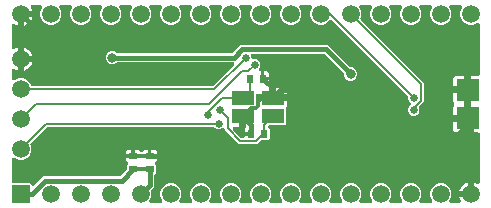
<source format=gbl>
From b7320a6b586e8cf12ea126e7ed4320e6d9f53e99 Mon Sep 17 00:00:00 2001
From: opiopan <opiopan@gmail.com>
Date: Mon, 1 Apr 2019 21:26:26 +0900
Subject: add examples

---
 examples/inputs/stm32breakout.GBL | 4664 +++++++++++++++++++++++++++++++++++++
 1 file changed, 4664 insertions(+)
 create mode 100644 examples/inputs/stm32breakout.GBL

(limited to 'examples/inputs/stm32breakout.GBL')

diff --git a/examples/inputs/stm32breakout.GBL b/examples/inputs/stm32breakout.GBL
new file mode 100644
index 0000000..be9677a
--- /dev/null
+++ b/examples/inputs/stm32breakout.GBL
@@ -0,0 +1,4664 @@
+G04 EAGLE Gerber RS-274X export*
+G75*
+%MOMM*%
+%FSLAX34Y34*%
+%LPD*%
+%INBottom layer*%
+%IPPOS*%
+%AMOC8*
+5,1,8,0,0,1.08239X$1,22.5*%
+G01*
+%ADD10R,0.600000X0.700000*%
+%ADD11R,0.700000X0.600000*%
+%ADD12R,1.500000X1.500000*%
+%ADD13C,1.500000*%
+%ADD14R,1.900000X1.900000*%
+%ADD15R,1.900000X1.200000*%
+%ADD16C,0.450000*%
+%ADD17C,0.300000*%
+%ADD18C,0.804800*%
+%ADD19C,0.654800*%
+%ADD20C,0.200000*%
+
+G36*
+X131041Y5093D02*
+X131041Y5093D01*
+X131145Y5095D01*
+X131212Y5113D01*
+X131280Y5121D01*
+X131378Y5156D01*
+X131480Y5182D01*
+X131541Y5215D01*
+X131606Y5238D01*
+X131693Y5295D01*
+X131785Y5344D01*
+X131837Y5389D01*
+X131895Y5427D01*
+X131967Y5502D01*
+X132046Y5571D01*
+X132086Y5627D01*
+X132134Y5677D01*
+X132187Y5767D01*
+X132247Y5852D01*
+X132274Y5916D01*
+X132309Y5975D01*
+X132340Y6075D01*
+X132379Y6171D01*
+X132390Y6240D01*
+X132411Y6306D01*
+X132418Y6410D01*
+X132435Y6513D01*
+X132430Y6582D01*
+X132434Y6651D01*
+X132418Y6754D01*
+X132410Y6858D01*
+X132390Y6924D01*
+X132378Y6992D01*
+X132339Y7088D01*
+X132307Y7188D01*
+X132272Y7247D01*
+X132246Y7311D01*
+X132185Y7396D01*
+X132132Y7486D01*
+X132063Y7564D01*
+X132053Y7578D01*
+X130675Y10905D01*
+X130675Y14495D01*
+X132049Y17812D01*
+X134588Y20351D01*
+X137905Y21725D01*
+X141495Y21725D01*
+X144812Y20351D01*
+X147351Y17812D01*
+X148725Y14495D01*
+X148725Y10905D01*
+X147339Y7559D01*
+X147338Y7558D01*
+X147266Y7483D01*
+X147231Y7423D01*
+X147188Y7369D01*
+X147144Y7275D01*
+X147091Y7185D01*
+X147071Y7119D01*
+X147042Y7056D01*
+X147020Y6954D01*
+X146989Y6854D01*
+X146984Y6785D01*
+X146970Y6718D01*
+X146973Y6614D01*
+X146966Y6509D01*
+X146977Y6441D01*
+X146978Y6372D01*
+X147005Y6271D01*
+X147022Y6168D01*
+X147048Y6105D01*
+X147065Y6038D01*
+X147114Y5945D01*
+X147154Y5849D01*
+X147195Y5793D01*
+X147227Y5732D01*
+X147295Y5653D01*
+X147356Y5569D01*
+X147409Y5523D01*
+X147454Y5471D01*
+X147539Y5410D01*
+X147618Y5342D01*
+X147679Y5310D01*
+X147735Y5270D01*
+X147831Y5230D01*
+X147924Y5181D01*
+X147991Y5164D01*
+X148054Y5138D01*
+X148157Y5121D01*
+X148258Y5095D01*
+X148362Y5088D01*
+X148396Y5082D01*
+X148418Y5084D01*
+X148463Y5081D01*
+X156337Y5081D01*
+X156441Y5093D01*
+X156545Y5095D01*
+X156612Y5113D01*
+X156680Y5121D01*
+X156778Y5156D01*
+X156880Y5182D01*
+X156941Y5215D01*
+X157006Y5238D01*
+X157093Y5295D01*
+X157185Y5344D01*
+X157237Y5389D01*
+X157295Y5427D01*
+X157367Y5502D01*
+X157446Y5571D01*
+X157486Y5627D01*
+X157534Y5677D01*
+X157587Y5767D01*
+X157647Y5852D01*
+X157674Y5916D01*
+X157709Y5975D01*
+X157740Y6075D01*
+X157779Y6171D01*
+X157790Y6240D01*
+X157811Y6306D01*
+X157818Y6410D01*
+X157835Y6513D01*
+X157830Y6582D01*
+X157834Y6651D01*
+X157818Y6754D01*
+X157810Y6858D01*
+X157790Y6924D01*
+X157778Y6992D01*
+X157739Y7088D01*
+X157707Y7188D01*
+X157672Y7247D01*
+X157646Y7311D01*
+X157585Y7396D01*
+X157532Y7486D01*
+X157463Y7564D01*
+X157453Y7578D01*
+X156075Y10905D01*
+X156075Y14495D01*
+X157449Y17812D01*
+X159988Y20351D01*
+X163305Y21725D01*
+X166895Y21725D01*
+X170212Y20351D01*
+X172751Y17812D01*
+X174125Y14495D01*
+X174125Y10905D01*
+X172739Y7559D01*
+X172738Y7558D01*
+X172666Y7483D01*
+X172631Y7423D01*
+X172588Y7369D01*
+X172544Y7275D01*
+X172491Y7185D01*
+X172471Y7119D01*
+X172442Y7056D01*
+X172420Y6954D01*
+X172389Y6854D01*
+X172384Y6785D01*
+X172370Y6718D01*
+X172373Y6614D01*
+X172366Y6509D01*
+X172377Y6441D01*
+X172378Y6372D01*
+X172405Y6271D01*
+X172422Y6168D01*
+X172448Y6105D01*
+X172465Y6038D01*
+X172514Y5945D01*
+X172554Y5849D01*
+X172595Y5793D01*
+X172627Y5732D01*
+X172695Y5653D01*
+X172756Y5569D01*
+X172809Y5523D01*
+X172854Y5471D01*
+X172939Y5410D01*
+X173018Y5342D01*
+X173079Y5310D01*
+X173135Y5270D01*
+X173231Y5230D01*
+X173324Y5181D01*
+X173391Y5164D01*
+X173454Y5138D01*
+X173557Y5121D01*
+X173658Y5095D01*
+X173762Y5088D01*
+X173796Y5082D01*
+X173818Y5084D01*
+X173863Y5081D01*
+X181737Y5081D01*
+X181841Y5093D01*
+X181945Y5095D01*
+X182012Y5113D01*
+X182080Y5121D01*
+X182178Y5156D01*
+X182280Y5182D01*
+X182341Y5215D01*
+X182406Y5238D01*
+X182493Y5295D01*
+X182585Y5344D01*
+X182637Y5389D01*
+X182695Y5427D01*
+X182767Y5502D01*
+X182846Y5571D01*
+X182886Y5627D01*
+X182934Y5677D01*
+X182987Y5767D01*
+X183047Y5852D01*
+X183074Y5916D01*
+X183109Y5975D01*
+X183140Y6075D01*
+X183179Y6171D01*
+X183190Y6240D01*
+X183211Y6306D01*
+X183218Y6410D01*
+X183235Y6513D01*
+X183230Y6582D01*
+X183234Y6651D01*
+X183218Y6754D01*
+X183210Y6858D01*
+X183190Y6924D01*
+X183178Y6992D01*
+X183139Y7088D01*
+X183107Y7188D01*
+X183072Y7247D01*
+X183046Y7311D01*
+X182985Y7396D01*
+X182932Y7486D01*
+X182863Y7564D01*
+X182853Y7578D01*
+X181475Y10905D01*
+X181475Y14495D01*
+X182849Y17812D01*
+X185388Y20351D01*
+X188705Y21725D01*
+X192295Y21725D01*
+X195612Y20351D01*
+X198151Y17812D01*
+X199525Y14495D01*
+X199525Y10905D01*
+X198139Y7559D01*
+X198138Y7558D01*
+X198066Y7483D01*
+X198031Y7423D01*
+X197988Y7369D01*
+X197944Y7275D01*
+X197891Y7185D01*
+X197871Y7119D01*
+X197842Y7056D01*
+X197820Y6954D01*
+X197789Y6854D01*
+X197784Y6785D01*
+X197770Y6718D01*
+X197773Y6614D01*
+X197766Y6509D01*
+X197777Y6441D01*
+X197778Y6372D01*
+X197805Y6271D01*
+X197822Y6168D01*
+X197848Y6105D01*
+X197865Y6038D01*
+X197914Y5945D01*
+X197954Y5849D01*
+X197995Y5793D01*
+X198027Y5732D01*
+X198095Y5653D01*
+X198156Y5569D01*
+X198209Y5523D01*
+X198254Y5471D01*
+X198339Y5410D01*
+X198418Y5342D01*
+X198479Y5310D01*
+X198535Y5270D01*
+X198631Y5230D01*
+X198724Y5181D01*
+X198791Y5164D01*
+X198854Y5138D01*
+X198957Y5121D01*
+X199058Y5095D01*
+X199162Y5088D01*
+X199196Y5082D01*
+X199218Y5084D01*
+X199263Y5081D01*
+X207137Y5081D01*
+X207241Y5093D01*
+X207345Y5095D01*
+X207412Y5113D01*
+X207480Y5121D01*
+X207578Y5156D01*
+X207680Y5182D01*
+X207741Y5215D01*
+X207806Y5238D01*
+X207893Y5295D01*
+X207985Y5344D01*
+X208037Y5389D01*
+X208095Y5427D01*
+X208167Y5502D01*
+X208246Y5571D01*
+X208286Y5627D01*
+X208334Y5677D01*
+X208387Y5767D01*
+X208447Y5852D01*
+X208474Y5916D01*
+X208509Y5975D01*
+X208540Y6075D01*
+X208579Y6171D01*
+X208590Y6240D01*
+X208611Y6306D01*
+X208618Y6410D01*
+X208635Y6513D01*
+X208630Y6582D01*
+X208634Y6651D01*
+X208618Y6754D01*
+X208610Y6858D01*
+X208590Y6924D01*
+X208578Y6992D01*
+X208539Y7088D01*
+X208507Y7188D01*
+X208472Y7247D01*
+X208446Y7311D01*
+X208385Y7396D01*
+X208332Y7486D01*
+X208263Y7564D01*
+X208253Y7578D01*
+X206875Y10905D01*
+X206875Y14495D01*
+X208249Y17812D01*
+X210788Y20351D01*
+X214105Y21725D01*
+X217695Y21725D01*
+X221012Y20351D01*
+X223551Y17812D01*
+X224925Y14495D01*
+X224925Y10905D01*
+X223539Y7559D01*
+X223538Y7558D01*
+X223466Y7483D01*
+X223431Y7423D01*
+X223388Y7369D01*
+X223344Y7275D01*
+X223291Y7185D01*
+X223271Y7119D01*
+X223242Y7056D01*
+X223220Y6954D01*
+X223189Y6854D01*
+X223184Y6785D01*
+X223170Y6718D01*
+X223173Y6614D01*
+X223166Y6509D01*
+X223177Y6441D01*
+X223178Y6372D01*
+X223205Y6271D01*
+X223222Y6168D01*
+X223248Y6105D01*
+X223265Y6038D01*
+X223314Y5945D01*
+X223354Y5849D01*
+X223395Y5793D01*
+X223427Y5732D01*
+X223495Y5653D01*
+X223556Y5569D01*
+X223609Y5523D01*
+X223654Y5471D01*
+X223739Y5410D01*
+X223818Y5342D01*
+X223879Y5310D01*
+X223935Y5270D01*
+X224031Y5230D01*
+X224124Y5181D01*
+X224191Y5164D01*
+X224254Y5138D01*
+X224357Y5121D01*
+X224458Y5095D01*
+X224562Y5088D01*
+X224596Y5082D01*
+X224618Y5084D01*
+X224663Y5081D01*
+X232537Y5081D01*
+X232641Y5093D01*
+X232745Y5095D01*
+X232812Y5113D01*
+X232880Y5121D01*
+X232978Y5156D01*
+X233080Y5182D01*
+X233141Y5215D01*
+X233206Y5238D01*
+X233293Y5295D01*
+X233385Y5344D01*
+X233437Y5389D01*
+X233495Y5427D01*
+X233567Y5502D01*
+X233646Y5571D01*
+X233686Y5627D01*
+X233734Y5677D01*
+X233787Y5767D01*
+X233847Y5852D01*
+X233874Y5916D01*
+X233909Y5975D01*
+X233940Y6075D01*
+X233979Y6171D01*
+X233990Y6240D01*
+X234011Y6306D01*
+X234018Y6410D01*
+X234035Y6513D01*
+X234030Y6582D01*
+X234034Y6651D01*
+X234018Y6754D01*
+X234010Y6858D01*
+X233990Y6924D01*
+X233978Y6992D01*
+X233939Y7088D01*
+X233907Y7188D01*
+X233872Y7247D01*
+X233846Y7311D01*
+X233785Y7396D01*
+X233732Y7486D01*
+X233663Y7564D01*
+X233653Y7578D01*
+X232275Y10905D01*
+X232275Y14495D01*
+X233649Y17812D01*
+X236188Y20351D01*
+X239505Y21725D01*
+X243095Y21725D01*
+X246412Y20351D01*
+X248951Y17812D01*
+X250325Y14495D01*
+X250325Y10905D01*
+X248939Y7559D01*
+X248938Y7558D01*
+X248866Y7483D01*
+X248831Y7423D01*
+X248788Y7369D01*
+X248744Y7275D01*
+X248691Y7185D01*
+X248671Y7119D01*
+X248642Y7056D01*
+X248620Y6954D01*
+X248589Y6854D01*
+X248584Y6785D01*
+X248570Y6718D01*
+X248573Y6614D01*
+X248566Y6509D01*
+X248577Y6441D01*
+X248578Y6372D01*
+X248605Y6271D01*
+X248622Y6168D01*
+X248648Y6105D01*
+X248665Y6038D01*
+X248714Y5945D01*
+X248754Y5849D01*
+X248795Y5793D01*
+X248827Y5732D01*
+X248895Y5653D01*
+X248956Y5569D01*
+X249009Y5523D01*
+X249054Y5471D01*
+X249139Y5410D01*
+X249218Y5342D01*
+X249279Y5310D01*
+X249335Y5270D01*
+X249431Y5230D01*
+X249524Y5181D01*
+X249591Y5164D01*
+X249654Y5138D01*
+X249757Y5121D01*
+X249858Y5095D01*
+X249962Y5088D01*
+X249996Y5082D01*
+X250018Y5084D01*
+X250063Y5081D01*
+X257937Y5081D01*
+X258041Y5093D01*
+X258145Y5095D01*
+X258212Y5113D01*
+X258280Y5121D01*
+X258378Y5156D01*
+X258480Y5182D01*
+X258541Y5215D01*
+X258606Y5238D01*
+X258693Y5295D01*
+X258785Y5344D01*
+X258837Y5389D01*
+X258895Y5427D01*
+X258967Y5502D01*
+X259046Y5571D01*
+X259086Y5627D01*
+X259134Y5677D01*
+X259187Y5767D01*
+X259247Y5852D01*
+X259274Y5916D01*
+X259309Y5975D01*
+X259340Y6075D01*
+X259379Y6171D01*
+X259390Y6240D01*
+X259411Y6306D01*
+X259418Y6410D01*
+X259435Y6513D01*
+X259430Y6582D01*
+X259434Y6651D01*
+X259418Y6754D01*
+X259410Y6858D01*
+X259390Y6924D01*
+X259378Y6992D01*
+X259339Y7088D01*
+X259307Y7188D01*
+X259272Y7247D01*
+X259246Y7311D01*
+X259185Y7396D01*
+X259132Y7486D01*
+X259063Y7564D01*
+X259053Y7578D01*
+X257675Y10905D01*
+X257675Y14495D01*
+X259049Y17812D01*
+X261588Y20351D01*
+X264905Y21725D01*
+X268495Y21725D01*
+X271812Y20351D01*
+X274351Y17812D01*
+X275725Y14495D01*
+X275725Y10905D01*
+X274339Y7559D01*
+X274338Y7558D01*
+X274266Y7483D01*
+X274231Y7423D01*
+X274188Y7369D01*
+X274144Y7275D01*
+X274091Y7185D01*
+X274071Y7119D01*
+X274042Y7056D01*
+X274020Y6954D01*
+X273989Y6854D01*
+X273984Y6785D01*
+X273970Y6718D01*
+X273973Y6614D01*
+X273966Y6509D01*
+X273977Y6441D01*
+X273978Y6372D01*
+X274005Y6271D01*
+X274022Y6168D01*
+X274048Y6105D01*
+X274065Y6038D01*
+X274114Y5945D01*
+X274154Y5849D01*
+X274195Y5793D01*
+X274227Y5732D01*
+X274295Y5653D01*
+X274356Y5569D01*
+X274409Y5523D01*
+X274454Y5471D01*
+X274539Y5410D01*
+X274618Y5342D01*
+X274679Y5310D01*
+X274735Y5270D01*
+X274831Y5230D01*
+X274924Y5181D01*
+X274991Y5164D01*
+X275054Y5138D01*
+X275157Y5121D01*
+X275258Y5095D01*
+X275362Y5088D01*
+X275396Y5082D01*
+X275418Y5084D01*
+X275463Y5081D01*
+X283337Y5081D01*
+X283441Y5093D01*
+X283545Y5095D01*
+X283612Y5113D01*
+X283680Y5121D01*
+X283778Y5156D01*
+X283880Y5182D01*
+X283941Y5215D01*
+X284006Y5238D01*
+X284093Y5295D01*
+X284185Y5344D01*
+X284237Y5389D01*
+X284295Y5427D01*
+X284367Y5502D01*
+X284446Y5571D01*
+X284486Y5627D01*
+X284534Y5677D01*
+X284587Y5767D01*
+X284647Y5852D01*
+X284674Y5916D01*
+X284709Y5975D01*
+X284740Y6075D01*
+X284779Y6171D01*
+X284790Y6240D01*
+X284811Y6306D01*
+X284818Y6410D01*
+X284835Y6513D01*
+X284830Y6582D01*
+X284834Y6651D01*
+X284818Y6754D01*
+X284810Y6858D01*
+X284790Y6924D01*
+X284778Y6992D01*
+X284739Y7088D01*
+X284707Y7188D01*
+X284672Y7247D01*
+X284646Y7311D01*
+X284585Y7396D01*
+X284532Y7486D01*
+X284463Y7564D01*
+X284453Y7578D01*
+X283075Y10905D01*
+X283075Y14495D01*
+X284449Y17812D01*
+X286988Y20351D01*
+X290305Y21725D01*
+X293895Y21725D01*
+X297212Y20351D01*
+X299751Y17812D01*
+X301125Y14495D01*
+X301125Y10905D01*
+X299739Y7559D01*
+X299738Y7558D01*
+X299666Y7483D01*
+X299631Y7423D01*
+X299588Y7369D01*
+X299544Y7275D01*
+X299491Y7185D01*
+X299471Y7119D01*
+X299442Y7056D01*
+X299420Y6954D01*
+X299389Y6854D01*
+X299384Y6785D01*
+X299370Y6718D01*
+X299373Y6614D01*
+X299366Y6509D01*
+X299377Y6441D01*
+X299378Y6372D01*
+X299405Y6271D01*
+X299422Y6168D01*
+X299448Y6105D01*
+X299465Y6038D01*
+X299514Y5945D01*
+X299554Y5849D01*
+X299595Y5793D01*
+X299627Y5732D01*
+X299695Y5653D01*
+X299756Y5569D01*
+X299809Y5523D01*
+X299854Y5471D01*
+X299939Y5410D01*
+X300018Y5342D01*
+X300079Y5310D01*
+X300135Y5270D01*
+X300231Y5230D01*
+X300324Y5181D01*
+X300391Y5164D01*
+X300454Y5138D01*
+X300557Y5121D01*
+X300658Y5095D01*
+X300762Y5088D01*
+X300796Y5082D01*
+X300818Y5084D01*
+X300863Y5081D01*
+X308737Y5081D01*
+X308841Y5093D01*
+X308945Y5095D01*
+X309012Y5113D01*
+X309080Y5121D01*
+X309178Y5156D01*
+X309280Y5182D01*
+X309341Y5215D01*
+X309406Y5238D01*
+X309493Y5295D01*
+X309585Y5344D01*
+X309637Y5389D01*
+X309695Y5427D01*
+X309767Y5502D01*
+X309846Y5571D01*
+X309886Y5627D01*
+X309934Y5677D01*
+X309987Y5767D01*
+X310047Y5852D01*
+X310074Y5916D01*
+X310109Y5975D01*
+X310140Y6075D01*
+X310179Y6171D01*
+X310190Y6240D01*
+X310211Y6306D01*
+X310218Y6410D01*
+X310235Y6513D01*
+X310230Y6582D01*
+X310234Y6651D01*
+X310218Y6754D01*
+X310210Y6858D01*
+X310190Y6924D01*
+X310178Y6992D01*
+X310139Y7088D01*
+X310107Y7188D01*
+X310072Y7247D01*
+X310046Y7311D01*
+X309985Y7396D01*
+X309932Y7486D01*
+X309863Y7564D01*
+X309853Y7578D01*
+X308475Y10905D01*
+X308475Y14495D01*
+X309849Y17812D01*
+X312388Y20351D01*
+X315705Y21725D01*
+X319295Y21725D01*
+X322612Y20351D01*
+X325151Y17812D01*
+X326525Y14495D01*
+X326525Y10905D01*
+X325139Y7559D01*
+X325138Y7558D01*
+X325066Y7483D01*
+X325031Y7423D01*
+X324988Y7369D01*
+X324944Y7275D01*
+X324891Y7185D01*
+X324871Y7119D01*
+X324842Y7056D01*
+X324820Y6954D01*
+X324789Y6854D01*
+X324784Y6785D01*
+X324770Y6718D01*
+X324773Y6614D01*
+X324766Y6509D01*
+X324777Y6441D01*
+X324778Y6372D01*
+X324805Y6271D01*
+X324822Y6168D01*
+X324848Y6105D01*
+X324865Y6038D01*
+X324914Y5945D01*
+X324954Y5849D01*
+X324995Y5793D01*
+X325027Y5732D01*
+X325095Y5653D01*
+X325156Y5569D01*
+X325209Y5523D01*
+X325254Y5471D01*
+X325339Y5410D01*
+X325418Y5342D01*
+X325479Y5310D01*
+X325535Y5270D01*
+X325631Y5230D01*
+X325724Y5181D01*
+X325791Y5164D01*
+X325854Y5138D01*
+X325957Y5121D01*
+X326058Y5095D01*
+X326162Y5088D01*
+X326196Y5082D01*
+X326218Y5084D01*
+X326263Y5081D01*
+X334137Y5081D01*
+X334241Y5093D01*
+X334345Y5095D01*
+X334412Y5113D01*
+X334480Y5121D01*
+X334578Y5156D01*
+X334680Y5182D01*
+X334741Y5215D01*
+X334806Y5238D01*
+X334893Y5295D01*
+X334985Y5344D01*
+X335037Y5389D01*
+X335095Y5427D01*
+X335167Y5502D01*
+X335246Y5571D01*
+X335286Y5627D01*
+X335334Y5677D01*
+X335387Y5767D01*
+X335447Y5852D01*
+X335474Y5916D01*
+X335509Y5975D01*
+X335540Y6075D01*
+X335579Y6171D01*
+X335590Y6240D01*
+X335611Y6306D01*
+X335618Y6410D01*
+X335635Y6513D01*
+X335630Y6582D01*
+X335634Y6651D01*
+X335618Y6754D01*
+X335610Y6858D01*
+X335590Y6924D01*
+X335578Y6992D01*
+X335539Y7088D01*
+X335507Y7188D01*
+X335472Y7247D01*
+X335446Y7311D01*
+X335385Y7396D01*
+X335332Y7486D01*
+X335263Y7564D01*
+X335253Y7578D01*
+X333875Y10905D01*
+X333875Y14495D01*
+X335249Y17812D01*
+X337788Y20351D01*
+X341105Y21725D01*
+X344695Y21725D01*
+X348012Y20351D01*
+X350551Y17812D01*
+X351925Y14495D01*
+X351925Y10905D01*
+X350539Y7559D01*
+X350538Y7558D01*
+X350466Y7483D01*
+X350431Y7423D01*
+X350388Y7369D01*
+X350344Y7275D01*
+X350291Y7185D01*
+X350271Y7119D01*
+X350242Y7056D01*
+X350220Y6954D01*
+X350189Y6854D01*
+X350184Y6785D01*
+X350170Y6718D01*
+X350173Y6614D01*
+X350166Y6509D01*
+X350177Y6441D01*
+X350178Y6372D01*
+X350205Y6271D01*
+X350222Y6168D01*
+X350248Y6105D01*
+X350265Y6038D01*
+X350314Y5945D01*
+X350354Y5849D01*
+X350395Y5793D01*
+X350427Y5732D01*
+X350495Y5653D01*
+X350556Y5569D01*
+X350609Y5523D01*
+X350654Y5471D01*
+X350739Y5410D01*
+X350818Y5342D01*
+X350879Y5310D01*
+X350935Y5270D01*
+X351031Y5230D01*
+X351124Y5181D01*
+X351191Y5164D01*
+X351254Y5138D01*
+X351357Y5121D01*
+X351458Y5095D01*
+X351562Y5088D01*
+X351596Y5082D01*
+X351618Y5084D01*
+X351663Y5081D01*
+X359537Y5081D01*
+X359641Y5093D01*
+X359745Y5095D01*
+X359812Y5113D01*
+X359880Y5121D01*
+X359978Y5156D01*
+X360080Y5182D01*
+X360141Y5215D01*
+X360206Y5238D01*
+X360293Y5295D01*
+X360385Y5344D01*
+X360437Y5389D01*
+X360495Y5427D01*
+X360567Y5502D01*
+X360646Y5571D01*
+X360686Y5627D01*
+X360734Y5677D01*
+X360787Y5767D01*
+X360847Y5852D01*
+X360874Y5916D01*
+X360909Y5975D01*
+X360940Y6075D01*
+X360979Y6171D01*
+X360990Y6240D01*
+X361011Y6306D01*
+X361018Y6410D01*
+X361035Y6513D01*
+X361030Y6582D01*
+X361034Y6651D01*
+X361018Y6754D01*
+X361010Y6858D01*
+X360990Y6924D01*
+X360978Y6992D01*
+X360939Y7088D01*
+X360907Y7188D01*
+X360872Y7247D01*
+X360846Y7311D01*
+X360785Y7396D01*
+X360732Y7486D01*
+X360663Y7564D01*
+X360653Y7578D01*
+X359275Y10905D01*
+X359275Y14495D01*
+X360649Y17812D01*
+X363188Y20351D01*
+X366505Y21725D01*
+X370095Y21725D01*
+X373412Y20351D01*
+X375951Y17812D01*
+X377325Y14495D01*
+X377325Y10905D01*
+X375939Y7559D01*
+X375938Y7558D01*
+X375866Y7483D01*
+X375831Y7423D01*
+X375788Y7369D01*
+X375744Y7275D01*
+X375691Y7185D01*
+X375671Y7119D01*
+X375642Y7056D01*
+X375620Y6954D01*
+X375589Y6854D01*
+X375584Y6785D01*
+X375570Y6718D01*
+X375573Y6614D01*
+X375566Y6509D01*
+X375577Y6441D01*
+X375578Y6372D01*
+X375605Y6271D01*
+X375622Y6168D01*
+X375648Y6105D01*
+X375665Y6038D01*
+X375714Y5945D01*
+X375754Y5849D01*
+X375795Y5793D01*
+X375827Y5732D01*
+X375895Y5653D01*
+X375956Y5569D01*
+X376009Y5523D01*
+X376054Y5471D01*
+X376139Y5410D01*
+X376218Y5342D01*
+X376279Y5310D01*
+X376335Y5270D01*
+X376431Y5230D01*
+X376524Y5181D01*
+X376591Y5164D01*
+X376654Y5138D01*
+X376757Y5121D01*
+X376858Y5095D01*
+X376962Y5088D01*
+X376996Y5082D01*
+X377018Y5084D01*
+X377063Y5081D01*
+X383882Y5081D01*
+X384041Y5099D01*
+X384200Y5115D01*
+X384213Y5119D01*
+X384226Y5121D01*
+X384376Y5175D01*
+X384527Y5226D01*
+X384538Y5234D01*
+X384551Y5238D01*
+X384685Y5326D01*
+X384820Y5410D01*
+X384829Y5420D01*
+X384840Y5427D01*
+X384951Y5542D01*
+X385063Y5656D01*
+X385070Y5667D01*
+X385079Y5677D01*
+X385160Y5814D01*
+X385243Y5951D01*
+X385247Y5964D01*
+X385254Y5975D01*
+X385301Y6127D01*
+X385351Y6280D01*
+X385352Y6293D01*
+X385356Y6306D01*
+X385367Y6465D01*
+X385381Y6624D01*
+X385379Y6637D01*
+X385380Y6651D01*
+X385354Y6808D01*
+X385331Y6966D01*
+X385326Y6979D01*
+X385324Y6992D01*
+X385263Y7139D01*
+X385204Y7288D01*
+X385195Y7302D01*
+X385191Y7311D01*
+X385177Y7331D01*
+X385123Y7417D01*
+X384395Y8846D01*
+X383955Y10201D01*
+X392700Y10201D01*
+X392735Y10205D01*
+X392770Y10202D01*
+X392906Y10225D01*
+X393043Y10241D01*
+X393077Y10253D01*
+X393112Y10258D01*
+X393239Y10311D01*
+X393368Y10358D01*
+X393398Y10377D01*
+X393431Y10391D01*
+X393543Y10472D01*
+X393658Y10547D01*
+X393682Y10573D01*
+X393711Y10593D01*
+X393802Y10697D01*
+X393897Y10797D01*
+X393915Y10828D01*
+X393938Y10854D01*
+X394002Y10977D01*
+X394072Y11095D01*
+X394082Y11129D01*
+X394099Y11160D01*
+X394133Y11294D01*
+X394174Y11426D01*
+X394176Y11461D01*
+X394185Y11495D01*
+X394199Y11700D01*
+X394199Y12201D01*
+X394700Y12201D01*
+X394735Y12205D01*
+X394771Y12203D01*
+X394907Y12225D01*
+X395043Y12241D01*
+X395077Y12253D01*
+X395112Y12259D01*
+X395239Y12311D01*
+X395369Y12358D01*
+X395398Y12378D01*
+X395431Y12391D01*
+X395543Y12472D01*
+X395658Y12547D01*
+X395683Y12573D01*
+X395711Y12594D01*
+X395802Y12698D01*
+X395897Y12797D01*
+X395915Y12828D01*
+X395938Y12855D01*
+X396002Y12977D01*
+X396072Y13095D01*
+X396082Y13129D01*
+X396099Y13161D01*
+X396133Y13294D01*
+X396174Y13426D01*
+X396176Y13461D01*
+X396185Y13496D01*
+X396199Y13700D01*
+X396199Y22445D01*
+X397554Y22005D01*
+X399035Y21251D01*
+X399078Y21227D01*
+X399215Y21146D01*
+X399228Y21142D01*
+X399240Y21135D01*
+X399393Y21091D01*
+X399546Y21044D01*
+X399559Y21043D01*
+X399572Y21039D01*
+X399731Y21031D01*
+X399891Y21020D01*
+X399904Y21022D01*
+X399917Y21022D01*
+X400074Y21050D01*
+X400232Y21076D01*
+X400244Y21081D01*
+X400257Y21084D01*
+X400404Y21148D01*
+X400551Y21209D01*
+X400562Y21217D01*
+X400574Y21222D01*
+X400702Y21318D01*
+X400831Y21411D01*
+X400840Y21421D01*
+X400851Y21429D01*
+X400953Y21551D01*
+X401058Y21672D01*
+X401064Y21684D01*
+X401073Y21694D01*
+X401144Y21836D01*
+X401219Y21978D01*
+X401222Y21991D01*
+X401228Y22003D01*
+X401265Y22158D01*
+X401305Y22313D01*
+X401306Y22330D01*
+X401309Y22339D01*
+X401309Y22364D01*
+X401319Y22518D01*
+X401319Y63360D01*
+X401315Y63395D01*
+X401318Y63431D01*
+X401295Y63567D01*
+X401279Y63703D01*
+X401267Y63737D01*
+X401262Y63772D01*
+X401209Y63899D01*
+X401162Y64029D01*
+X401143Y64058D01*
+X401129Y64091D01*
+X401048Y64203D01*
+X400973Y64318D01*
+X400947Y64343D01*
+X400927Y64371D01*
+X400823Y64462D01*
+X400723Y64557D01*
+X400692Y64575D01*
+X400666Y64598D01*
+X400543Y64662D01*
+X400425Y64732D01*
+X400391Y64742D01*
+X400359Y64759D01*
+X400226Y64793D01*
+X400094Y64834D01*
+X400059Y64836D01*
+X400025Y64845D01*
+X399820Y64859D01*
+X394159Y64859D01*
+X394159Y75400D01*
+X394155Y75435D01*
+X394158Y75470D01*
+X394135Y75607D01*
+X394119Y75743D01*
+X394107Y75777D01*
+X394102Y75812D01*
+X394049Y75939D01*
+X394002Y76068D01*
+X393982Y76098D01*
+X393969Y76131D01*
+X393888Y76243D01*
+X393813Y76358D01*
+X393787Y76383D01*
+X393767Y76411D01*
+X393662Y76502D01*
+X393563Y76597D01*
+X393532Y76615D01*
+X393506Y76638D01*
+X393383Y76702D01*
+X393265Y76772D01*
+X393231Y76782D01*
+X393199Y76799D01*
+X393066Y76833D01*
+X392934Y76874D01*
+X392899Y76876D01*
+X392865Y76885D01*
+X392660Y76899D01*
+X391159Y76899D01*
+X391159Y76901D01*
+X392660Y76901D01*
+X392695Y76905D01*
+X392731Y76903D01*
+X392867Y76925D01*
+X393003Y76941D01*
+X393037Y76953D01*
+X393072Y76959D01*
+X393199Y77011D01*
+X393329Y77058D01*
+X393358Y77078D01*
+X393391Y77091D01*
+X393503Y77172D01*
+X393618Y77247D01*
+X393643Y77273D01*
+X393671Y77293D01*
+X393762Y77398D01*
+X393857Y77497D01*
+X393875Y77528D01*
+X393898Y77555D01*
+X393962Y77677D01*
+X394032Y77795D01*
+X394042Y77829D01*
+X394059Y77861D01*
+X394093Y77994D01*
+X394134Y78126D01*
+X394136Y78161D01*
+X394145Y78195D01*
+X394159Y78400D01*
+X394159Y99400D01*
+X394155Y99435D01*
+X394158Y99470D01*
+X394135Y99607D01*
+X394119Y99743D01*
+X394107Y99777D01*
+X394102Y99812D01*
+X394049Y99939D01*
+X394002Y100068D01*
+X393982Y100098D01*
+X393969Y100131D01*
+X393888Y100243D01*
+X393813Y100358D01*
+X393787Y100383D01*
+X393767Y100411D01*
+X393662Y100502D01*
+X393563Y100597D01*
+X393532Y100615D01*
+X393506Y100638D01*
+X393383Y100702D01*
+X393265Y100772D01*
+X393231Y100782D01*
+X393199Y100799D01*
+X393066Y100833D01*
+X392934Y100874D01*
+X392899Y100876D01*
+X392865Y100885D01*
+X392660Y100899D01*
+X391159Y100899D01*
+X391159Y100901D01*
+X392660Y100901D01*
+X392695Y100905D01*
+X392731Y100903D01*
+X392867Y100925D01*
+X393003Y100941D01*
+X393037Y100953D01*
+X393072Y100959D01*
+X393199Y101011D01*
+X393329Y101058D01*
+X393358Y101078D01*
+X393391Y101091D01*
+X393503Y101172D01*
+X393618Y101247D01*
+X393643Y101273D01*
+X393671Y101293D01*
+X393762Y101398D01*
+X393857Y101497D01*
+X393875Y101528D01*
+X393898Y101555D01*
+X393962Y101677D01*
+X394032Y101795D01*
+X394042Y101829D01*
+X394059Y101861D01*
+X394093Y101994D01*
+X394134Y102126D01*
+X394136Y102161D01*
+X394145Y102195D01*
+X394159Y102400D01*
+X394159Y112941D01*
+X399820Y112941D01*
+X399855Y112945D01*
+X399891Y112942D01*
+X400027Y112965D01*
+X400163Y112981D01*
+X400197Y112993D01*
+X400232Y112998D01*
+X400359Y113051D01*
+X400489Y113098D01*
+X400518Y113117D01*
+X400551Y113131D01*
+X400663Y113212D01*
+X400778Y113287D01*
+X400803Y113313D01*
+X400831Y113333D01*
+X400922Y113437D01*
+X401017Y113537D01*
+X401035Y113568D01*
+X401058Y113594D01*
+X401122Y113717D01*
+X401192Y113835D01*
+X401202Y113869D01*
+X401219Y113901D01*
+X401253Y114034D01*
+X401294Y114166D01*
+X401296Y114201D01*
+X401305Y114235D01*
+X401319Y114440D01*
+X401319Y156337D01*
+X401307Y156441D01*
+X401305Y156545D01*
+X401287Y156612D01*
+X401279Y156680D01*
+X401244Y156778D01*
+X401218Y156880D01*
+X401185Y156941D01*
+X401162Y157006D01*
+X401105Y157093D01*
+X401056Y157185D01*
+X401011Y157237D01*
+X400973Y157295D01*
+X400898Y157367D01*
+X400829Y157446D01*
+X400773Y157486D01*
+X400723Y157534D01*
+X400633Y157587D01*
+X400548Y157647D01*
+X400484Y157674D01*
+X400425Y157709D01*
+X400325Y157740D01*
+X400229Y157779D01*
+X400160Y157790D01*
+X400094Y157811D01*
+X399990Y157818D01*
+X399887Y157835D01*
+X399818Y157830D01*
+X399749Y157834D01*
+X399646Y157818D01*
+X399542Y157810D01*
+X399476Y157790D01*
+X399408Y157778D01*
+X399312Y157739D01*
+X399212Y157707D01*
+X399153Y157672D01*
+X399089Y157646D01*
+X399004Y157585D01*
+X398914Y157532D01*
+X398836Y157463D01*
+X398822Y157453D01*
+X395495Y156075D01*
+X391905Y156075D01*
+X388588Y157449D01*
+X386049Y159988D01*
+X384675Y163305D01*
+X384675Y166895D01*
+X386061Y170241D01*
+X386062Y170242D01*
+X386134Y170317D01*
+X386169Y170377D01*
+X386212Y170431D01*
+X386256Y170525D01*
+X386309Y170615D01*
+X386329Y170681D01*
+X386358Y170744D01*
+X386380Y170846D01*
+X386411Y170946D01*
+X386416Y171015D01*
+X386430Y171082D01*
+X386427Y171186D01*
+X386434Y171291D01*
+X386423Y171359D01*
+X386422Y171428D01*
+X386395Y171529D01*
+X386378Y171632D01*
+X386352Y171695D01*
+X386335Y171762D01*
+X386286Y171855D01*
+X386246Y171951D01*
+X386205Y172007D01*
+X386173Y172068D01*
+X386105Y172147D01*
+X386044Y172231D01*
+X385991Y172277D01*
+X385946Y172329D01*
+X385861Y172390D01*
+X385782Y172458D01*
+X385721Y172490D01*
+X385665Y172530D01*
+X385569Y172570D01*
+X385476Y172619D01*
+X385409Y172636D01*
+X385346Y172662D01*
+X385243Y172679D01*
+X385142Y172705D01*
+X385038Y172712D01*
+X385004Y172718D01*
+X384982Y172716D01*
+X384937Y172719D01*
+X377063Y172719D01*
+X376959Y172707D01*
+X376855Y172705D01*
+X376788Y172687D01*
+X376720Y172679D01*
+X376622Y172644D01*
+X376520Y172618D01*
+X376459Y172585D01*
+X376394Y172562D01*
+X376307Y172505D01*
+X376215Y172456D01*
+X376163Y172411D01*
+X376105Y172373D01*
+X376033Y172298D01*
+X375954Y172229D01*
+X375914Y172173D01*
+X375866Y172123D01*
+X375813Y172033D01*
+X375753Y171948D01*
+X375726Y171884D01*
+X375691Y171825D01*
+X375660Y171725D01*
+X375621Y171629D01*
+X375610Y171560D01*
+X375589Y171494D01*
+X375582Y171390D01*
+X375565Y171287D01*
+X375570Y171218D01*
+X375566Y171149D01*
+X375582Y171046D01*
+X375590Y170942D01*
+X375610Y170876D01*
+X375622Y170808D01*
+X375661Y170712D01*
+X375693Y170612D01*
+X375728Y170553D01*
+X375754Y170489D01*
+X375815Y170404D01*
+X375868Y170314D01*
+X375937Y170236D01*
+X375947Y170222D01*
+X377325Y166895D01*
+X377325Y163305D01*
+X375951Y159988D01*
+X373412Y157449D01*
+X370095Y156075D01*
+X366505Y156075D01*
+X363188Y157449D01*
+X360649Y159988D01*
+X359275Y163305D01*
+X359275Y166895D01*
+X360661Y170241D01*
+X360662Y170242D01*
+X360734Y170317D01*
+X360769Y170377D01*
+X360812Y170431D01*
+X360856Y170525D01*
+X360909Y170615D01*
+X360929Y170681D01*
+X360958Y170744D01*
+X360980Y170846D01*
+X361011Y170946D01*
+X361016Y171015D01*
+X361030Y171082D01*
+X361027Y171186D01*
+X361034Y171291D01*
+X361023Y171359D01*
+X361022Y171428D01*
+X360995Y171529D01*
+X360978Y171632D01*
+X360952Y171695D01*
+X360935Y171762D01*
+X360886Y171855D01*
+X360846Y171951D01*
+X360805Y172007D01*
+X360773Y172068D01*
+X360705Y172147D01*
+X360644Y172231D01*
+X360591Y172277D01*
+X360546Y172329D01*
+X360461Y172390D01*
+X360382Y172458D01*
+X360321Y172490D01*
+X360265Y172530D01*
+X360169Y172570D01*
+X360076Y172619D01*
+X360009Y172636D01*
+X359946Y172662D01*
+X359843Y172679D01*
+X359742Y172705D01*
+X359638Y172712D01*
+X359604Y172718D01*
+X359582Y172716D01*
+X359537Y172719D01*
+X351663Y172719D01*
+X351559Y172707D01*
+X351455Y172705D01*
+X351388Y172687D01*
+X351320Y172679D01*
+X351222Y172644D01*
+X351120Y172618D01*
+X351059Y172585D01*
+X350994Y172562D01*
+X350907Y172505D01*
+X350815Y172456D01*
+X350763Y172411D01*
+X350705Y172373D01*
+X350633Y172298D01*
+X350554Y172229D01*
+X350514Y172173D01*
+X350466Y172123D01*
+X350413Y172033D01*
+X350353Y171948D01*
+X350326Y171884D01*
+X350291Y171825D01*
+X350260Y171725D01*
+X350221Y171629D01*
+X350210Y171560D01*
+X350189Y171494D01*
+X350182Y171390D01*
+X350165Y171287D01*
+X350170Y171218D01*
+X350166Y171149D01*
+X350182Y171046D01*
+X350190Y170942D01*
+X350210Y170876D01*
+X350222Y170808D01*
+X350261Y170712D01*
+X350293Y170612D01*
+X350328Y170553D01*
+X350354Y170489D01*
+X350415Y170404D01*
+X350468Y170314D01*
+X350537Y170236D01*
+X350547Y170222D01*
+X351925Y166895D01*
+X351925Y163305D01*
+X350551Y159988D01*
+X348012Y157449D01*
+X344695Y156075D01*
+X341105Y156075D01*
+X337788Y157449D01*
+X335249Y159988D01*
+X333875Y163305D01*
+X333875Y166895D01*
+X335261Y170241D01*
+X335262Y170242D01*
+X335334Y170317D01*
+X335369Y170377D01*
+X335412Y170431D01*
+X335456Y170525D01*
+X335509Y170615D01*
+X335529Y170681D01*
+X335558Y170744D01*
+X335580Y170846D01*
+X335611Y170946D01*
+X335616Y171015D01*
+X335630Y171082D01*
+X335627Y171186D01*
+X335634Y171291D01*
+X335623Y171359D01*
+X335622Y171428D01*
+X335595Y171529D01*
+X335578Y171632D01*
+X335552Y171695D01*
+X335535Y171762D01*
+X335486Y171855D01*
+X335446Y171951D01*
+X335405Y172007D01*
+X335373Y172068D01*
+X335305Y172147D01*
+X335244Y172231D01*
+X335191Y172277D01*
+X335146Y172329D01*
+X335061Y172390D01*
+X334982Y172458D01*
+X334921Y172490D01*
+X334865Y172530D01*
+X334769Y172570D01*
+X334676Y172619D01*
+X334609Y172636D01*
+X334546Y172662D01*
+X334443Y172679D01*
+X334342Y172705D01*
+X334238Y172712D01*
+X334204Y172718D01*
+X334182Y172716D01*
+X334137Y172719D01*
+X326263Y172719D01*
+X326159Y172707D01*
+X326055Y172705D01*
+X325988Y172687D01*
+X325920Y172679D01*
+X325822Y172644D01*
+X325720Y172618D01*
+X325659Y172585D01*
+X325594Y172562D01*
+X325507Y172505D01*
+X325415Y172456D01*
+X325363Y172411D01*
+X325305Y172373D01*
+X325233Y172298D01*
+X325154Y172229D01*
+X325114Y172173D01*
+X325066Y172123D01*
+X325013Y172033D01*
+X324953Y171948D01*
+X324926Y171884D01*
+X324891Y171825D01*
+X324860Y171725D01*
+X324821Y171629D01*
+X324810Y171560D01*
+X324789Y171494D01*
+X324782Y171390D01*
+X324765Y171287D01*
+X324770Y171218D01*
+X324766Y171149D01*
+X324782Y171046D01*
+X324790Y170942D01*
+X324810Y170876D01*
+X324822Y170808D01*
+X324861Y170712D01*
+X324893Y170612D01*
+X324928Y170553D01*
+X324954Y170489D01*
+X325015Y170404D01*
+X325068Y170314D01*
+X325137Y170236D01*
+X325147Y170222D01*
+X326525Y166895D01*
+X326525Y163305D01*
+X325151Y159988D01*
+X322612Y157449D01*
+X319295Y156075D01*
+X315705Y156075D01*
+X312388Y157449D01*
+X309849Y159988D01*
+X308475Y163305D01*
+X308475Y166895D01*
+X309861Y170241D01*
+X309862Y170242D01*
+X309934Y170317D01*
+X309969Y170377D01*
+X310012Y170431D01*
+X310056Y170525D01*
+X310109Y170615D01*
+X310129Y170681D01*
+X310158Y170744D01*
+X310180Y170846D01*
+X310211Y170946D01*
+X310216Y171015D01*
+X310230Y171082D01*
+X310227Y171186D01*
+X310234Y171291D01*
+X310223Y171359D01*
+X310222Y171428D01*
+X310195Y171529D01*
+X310178Y171632D01*
+X310152Y171695D01*
+X310135Y171762D01*
+X310086Y171855D01*
+X310046Y171951D01*
+X310005Y172007D01*
+X309973Y172068D01*
+X309905Y172147D01*
+X309844Y172231D01*
+X309791Y172277D01*
+X309746Y172329D01*
+X309661Y172390D01*
+X309582Y172458D01*
+X309521Y172490D01*
+X309465Y172530D01*
+X309369Y172570D01*
+X309276Y172619D01*
+X309209Y172636D01*
+X309146Y172662D01*
+X309043Y172679D01*
+X308942Y172705D01*
+X308838Y172712D01*
+X308804Y172718D01*
+X308782Y172716D01*
+X308737Y172719D01*
+X300863Y172719D01*
+X300759Y172707D01*
+X300655Y172705D01*
+X300588Y172687D01*
+X300520Y172679D01*
+X300422Y172644D01*
+X300320Y172618D01*
+X300259Y172585D01*
+X300194Y172562D01*
+X300107Y172505D01*
+X300015Y172456D01*
+X299963Y172411D01*
+X299905Y172373D01*
+X299833Y172298D01*
+X299754Y172229D01*
+X299714Y172173D01*
+X299666Y172123D01*
+X299613Y172033D01*
+X299553Y171948D01*
+X299526Y171884D01*
+X299491Y171825D01*
+X299460Y171725D01*
+X299421Y171629D01*
+X299410Y171560D01*
+X299389Y171494D01*
+X299382Y171390D01*
+X299365Y171287D01*
+X299370Y171218D01*
+X299366Y171149D01*
+X299382Y171046D01*
+X299390Y170942D01*
+X299410Y170876D01*
+X299422Y170808D01*
+X299461Y170712D01*
+X299493Y170612D01*
+X299528Y170553D01*
+X299554Y170489D01*
+X299615Y170404D01*
+X299668Y170314D01*
+X299737Y170236D01*
+X299747Y170222D01*
+X301125Y166895D01*
+X301125Y163305D01*
+X300436Y161643D01*
+X300412Y161559D01*
+X300379Y161478D01*
+X300365Y161393D01*
+X300342Y161310D01*
+X300338Y161223D01*
+X300324Y161137D01*
+X300330Y161051D01*
+X300326Y160965D01*
+X300342Y160879D01*
+X300348Y160792D01*
+X300374Y160710D01*
+X300389Y160625D01*
+X300425Y160545D01*
+X300451Y160462D01*
+X300495Y160388D01*
+X300529Y160309D01*
+X300582Y160239D01*
+X300627Y160164D01*
+X300721Y160055D01*
+X300738Y160033D01*
+X300747Y160026D01*
+X300761Y160009D01*
+X353763Y107008D01*
+X353763Y90533D01*
+X351845Y88615D01*
+X350293Y87063D01*
+X350238Y86994D01*
+X350177Y86932D01*
+X350131Y86859D01*
+X350078Y86792D01*
+X350041Y86712D01*
+X349995Y86638D01*
+X349968Y86556D01*
+X349931Y86479D01*
+X349913Y86393D01*
+X349885Y86310D01*
+X349878Y86224D01*
+X349860Y86140D01*
+X349862Y86053D01*
+X349854Y85966D01*
+X349866Y85881D01*
+X349868Y85795D01*
+X349890Y85710D01*
+X349902Y85623D01*
+X349948Y85487D01*
+X349955Y85460D01*
+X349961Y85450D01*
+X349968Y85429D01*
+X350239Y84774D01*
+X350239Y82865D01*
+X349508Y81102D01*
+X348158Y79752D01*
+X346395Y79021D01*
+X344485Y79021D01*
+X342722Y79752D01*
+X341372Y81102D01*
+X340641Y82865D01*
+X340641Y84775D01*
+X341372Y86538D01*
+X342673Y87840D01*
+X342696Y87868D01*
+X342722Y87891D01*
+X342803Y88003D01*
+X342888Y88111D01*
+X342903Y88143D01*
+X342924Y88172D01*
+X342977Y88299D01*
+X343035Y88424D01*
+X343042Y88459D01*
+X343056Y88491D01*
+X343078Y88628D01*
+X343106Y88762D01*
+X343105Y88798D01*
+X343111Y88833D01*
+X343101Y88970D01*
+X343098Y89108D01*
+X343089Y89142D01*
+X343087Y89178D01*
+X343046Y89309D01*
+X343011Y89442D01*
+X342994Y89474D01*
+X342984Y89508D01*
+X342914Y89626D01*
+X342850Y89748D01*
+X342826Y89775D01*
+X342808Y89805D01*
+X342673Y89960D01*
+X341372Y91262D01*
+X340641Y93025D01*
+X340641Y94587D01*
+X340625Y94725D01*
+X340615Y94865D01*
+X340605Y94897D01*
+X340601Y94931D01*
+X340554Y95062D01*
+X340513Y95195D01*
+X340495Y95224D01*
+X340484Y95256D01*
+X340408Y95373D01*
+X340337Y95493D01*
+X340307Y95527D01*
+X340295Y95545D01*
+X340271Y95569D01*
+X340202Y95647D01*
+X276166Y159683D01*
+X276139Y159705D01*
+X276115Y159732D01*
+X276003Y159812D01*
+X275895Y159898D01*
+X275863Y159913D01*
+X275834Y159934D01*
+X275707Y159986D01*
+X275582Y160045D01*
+X275548Y160052D01*
+X275515Y160066D01*
+X275379Y160088D01*
+X275244Y160116D01*
+X275209Y160115D01*
+X275174Y160121D01*
+X275036Y160111D01*
+X274898Y160108D01*
+X274864Y160099D01*
+X274829Y160096D01*
+X274697Y160055D01*
+X274564Y160021D01*
+X274532Y160004D01*
+X274498Y159994D01*
+X274380Y159924D01*
+X274258Y159859D01*
+X274231Y159836D01*
+X274201Y159818D01*
+X274046Y159683D01*
+X271812Y157449D01*
+X268495Y156075D01*
+X264905Y156075D01*
+X261588Y157449D01*
+X259049Y159988D01*
+X257675Y163305D01*
+X257675Y166895D01*
+X259061Y170241D01*
+X259062Y170242D01*
+X259134Y170317D01*
+X259169Y170377D01*
+X259212Y170431D01*
+X259256Y170525D01*
+X259309Y170615D01*
+X259329Y170681D01*
+X259358Y170744D01*
+X259380Y170846D01*
+X259411Y170946D01*
+X259416Y171015D01*
+X259430Y171082D01*
+X259427Y171186D01*
+X259434Y171291D01*
+X259423Y171359D01*
+X259422Y171428D01*
+X259395Y171529D01*
+X259378Y171632D01*
+X259352Y171695D01*
+X259335Y171762D01*
+X259286Y171855D01*
+X259246Y171951D01*
+X259205Y172007D01*
+X259173Y172068D01*
+X259105Y172147D01*
+X259044Y172231D01*
+X258991Y172277D01*
+X258946Y172329D01*
+X258861Y172390D01*
+X258782Y172458D01*
+X258721Y172490D01*
+X258665Y172530D01*
+X258569Y172570D01*
+X258476Y172619D01*
+X258409Y172636D01*
+X258346Y172662D01*
+X258243Y172679D01*
+X258142Y172705D01*
+X258038Y172712D01*
+X258004Y172718D01*
+X257982Y172716D01*
+X257937Y172719D01*
+X250063Y172719D01*
+X249959Y172707D01*
+X249855Y172705D01*
+X249788Y172687D01*
+X249720Y172679D01*
+X249622Y172644D01*
+X249520Y172618D01*
+X249459Y172585D01*
+X249394Y172562D01*
+X249307Y172505D01*
+X249215Y172456D01*
+X249163Y172411D01*
+X249105Y172373D01*
+X249033Y172298D01*
+X248954Y172229D01*
+X248914Y172173D01*
+X248866Y172123D01*
+X248813Y172033D01*
+X248753Y171948D01*
+X248726Y171884D01*
+X248691Y171825D01*
+X248660Y171725D01*
+X248621Y171629D01*
+X248610Y171560D01*
+X248589Y171494D01*
+X248582Y171390D01*
+X248565Y171287D01*
+X248570Y171218D01*
+X248566Y171149D01*
+X248582Y171046D01*
+X248590Y170942D01*
+X248610Y170876D01*
+X248622Y170808D01*
+X248661Y170712D01*
+X248693Y170612D01*
+X248728Y170553D01*
+X248754Y170489D01*
+X248815Y170404D01*
+X248868Y170314D01*
+X248937Y170236D01*
+X248947Y170222D01*
+X250325Y166895D01*
+X250325Y163305D01*
+X248951Y159988D01*
+X246412Y157449D01*
+X243095Y156075D01*
+X239505Y156075D01*
+X236188Y157449D01*
+X233649Y159988D01*
+X232275Y163305D01*
+X232275Y166895D01*
+X233661Y170241D01*
+X233662Y170242D01*
+X233734Y170317D01*
+X233769Y170377D01*
+X233812Y170431D01*
+X233856Y170525D01*
+X233909Y170615D01*
+X233929Y170681D01*
+X233958Y170744D01*
+X233980Y170846D01*
+X234011Y170946D01*
+X234016Y171015D01*
+X234030Y171082D01*
+X234027Y171186D01*
+X234034Y171291D01*
+X234023Y171359D01*
+X234022Y171428D01*
+X233995Y171529D01*
+X233978Y171632D01*
+X233952Y171695D01*
+X233935Y171762D01*
+X233886Y171855D01*
+X233846Y171951D01*
+X233805Y172007D01*
+X233773Y172068D01*
+X233705Y172147D01*
+X233644Y172231D01*
+X233591Y172277D01*
+X233546Y172329D01*
+X233461Y172390D01*
+X233382Y172458D01*
+X233321Y172490D01*
+X233265Y172530D01*
+X233169Y172570D01*
+X233076Y172619D01*
+X233009Y172636D01*
+X232946Y172662D01*
+X232843Y172679D01*
+X232742Y172705D01*
+X232638Y172712D01*
+X232604Y172718D01*
+X232582Y172716D01*
+X232537Y172719D01*
+X224663Y172719D01*
+X224559Y172707D01*
+X224455Y172705D01*
+X224388Y172687D01*
+X224320Y172679D01*
+X224222Y172644D01*
+X224120Y172618D01*
+X224059Y172585D01*
+X223994Y172562D01*
+X223907Y172505D01*
+X223815Y172456D01*
+X223763Y172411D01*
+X223705Y172373D01*
+X223633Y172298D01*
+X223554Y172229D01*
+X223514Y172173D01*
+X223466Y172123D01*
+X223413Y172033D01*
+X223353Y171948D01*
+X223326Y171884D01*
+X223291Y171825D01*
+X223260Y171725D01*
+X223221Y171629D01*
+X223210Y171560D01*
+X223189Y171494D01*
+X223182Y171390D01*
+X223165Y171287D01*
+X223170Y171218D01*
+X223166Y171149D01*
+X223182Y171046D01*
+X223190Y170942D01*
+X223210Y170876D01*
+X223222Y170808D01*
+X223261Y170712D01*
+X223293Y170612D01*
+X223328Y170553D01*
+X223354Y170489D01*
+X223415Y170404D01*
+X223468Y170314D01*
+X223537Y170236D01*
+X223547Y170222D01*
+X224925Y166895D01*
+X224925Y163305D01*
+X223551Y159988D01*
+X221012Y157449D01*
+X217695Y156075D01*
+X214105Y156075D01*
+X210788Y157449D01*
+X208249Y159988D01*
+X206875Y163305D01*
+X206875Y166895D01*
+X208261Y170241D01*
+X208262Y170242D01*
+X208334Y170317D01*
+X208369Y170377D01*
+X208412Y170431D01*
+X208456Y170525D01*
+X208509Y170615D01*
+X208529Y170681D01*
+X208558Y170744D01*
+X208580Y170846D01*
+X208611Y170946D01*
+X208616Y171015D01*
+X208630Y171082D01*
+X208627Y171186D01*
+X208634Y171291D01*
+X208623Y171359D01*
+X208622Y171428D01*
+X208595Y171529D01*
+X208578Y171632D01*
+X208552Y171695D01*
+X208535Y171762D01*
+X208486Y171855D01*
+X208446Y171951D01*
+X208405Y172007D01*
+X208373Y172068D01*
+X208305Y172147D01*
+X208244Y172231D01*
+X208191Y172277D01*
+X208146Y172329D01*
+X208061Y172390D01*
+X207982Y172458D01*
+X207921Y172490D01*
+X207865Y172530D01*
+X207769Y172570D01*
+X207676Y172619D01*
+X207609Y172636D01*
+X207546Y172662D01*
+X207443Y172679D01*
+X207342Y172705D01*
+X207238Y172712D01*
+X207204Y172718D01*
+X207182Y172716D01*
+X207137Y172719D01*
+X199263Y172719D01*
+X199159Y172707D01*
+X199055Y172705D01*
+X198988Y172687D01*
+X198920Y172679D01*
+X198822Y172644D01*
+X198720Y172618D01*
+X198659Y172585D01*
+X198594Y172562D01*
+X198507Y172505D01*
+X198415Y172456D01*
+X198363Y172411D01*
+X198305Y172373D01*
+X198233Y172298D01*
+X198154Y172229D01*
+X198114Y172173D01*
+X198066Y172123D01*
+X198013Y172033D01*
+X197953Y171948D01*
+X197926Y171884D01*
+X197891Y171825D01*
+X197860Y171725D01*
+X197821Y171629D01*
+X197810Y171560D01*
+X197789Y171494D01*
+X197782Y171390D01*
+X197765Y171287D01*
+X197770Y171218D01*
+X197766Y171149D01*
+X197782Y171046D01*
+X197790Y170942D01*
+X197810Y170876D01*
+X197822Y170808D01*
+X197861Y170712D01*
+X197893Y170612D01*
+X197928Y170553D01*
+X197954Y170489D01*
+X198015Y170404D01*
+X198068Y170314D01*
+X198137Y170236D01*
+X198147Y170222D01*
+X199525Y166895D01*
+X199525Y163305D01*
+X198151Y159988D01*
+X195612Y157449D01*
+X192295Y156075D01*
+X188705Y156075D01*
+X185388Y157449D01*
+X182849Y159988D01*
+X181475Y163305D01*
+X181475Y166895D01*
+X182861Y170241D01*
+X182862Y170242D01*
+X182934Y170317D01*
+X182969Y170377D01*
+X183012Y170431D01*
+X183056Y170525D01*
+X183109Y170615D01*
+X183129Y170681D01*
+X183158Y170744D01*
+X183180Y170846D01*
+X183211Y170946D01*
+X183216Y171015D01*
+X183230Y171082D01*
+X183227Y171186D01*
+X183234Y171291D01*
+X183223Y171359D01*
+X183222Y171428D01*
+X183195Y171529D01*
+X183178Y171632D01*
+X183152Y171695D01*
+X183135Y171762D01*
+X183086Y171855D01*
+X183046Y171951D01*
+X183005Y172007D01*
+X182973Y172068D01*
+X182905Y172147D01*
+X182844Y172231D01*
+X182791Y172277D01*
+X182746Y172329D01*
+X182661Y172390D01*
+X182582Y172458D01*
+X182521Y172490D01*
+X182465Y172530D01*
+X182369Y172570D01*
+X182276Y172619D01*
+X182209Y172636D01*
+X182146Y172662D01*
+X182043Y172679D01*
+X181942Y172705D01*
+X181838Y172712D01*
+X181804Y172718D01*
+X181782Y172716D01*
+X181737Y172719D01*
+X173863Y172719D01*
+X173759Y172707D01*
+X173655Y172705D01*
+X173588Y172687D01*
+X173520Y172679D01*
+X173422Y172644D01*
+X173320Y172618D01*
+X173259Y172585D01*
+X173194Y172562D01*
+X173107Y172505D01*
+X173015Y172456D01*
+X172963Y172411D01*
+X172905Y172373D01*
+X172833Y172298D01*
+X172754Y172229D01*
+X172714Y172173D01*
+X172666Y172123D01*
+X172613Y172033D01*
+X172553Y171948D01*
+X172526Y171884D01*
+X172491Y171825D01*
+X172460Y171725D01*
+X172421Y171629D01*
+X172410Y171560D01*
+X172389Y171494D01*
+X172382Y171390D01*
+X172365Y171287D01*
+X172370Y171218D01*
+X172366Y171149D01*
+X172382Y171046D01*
+X172390Y170942D01*
+X172410Y170876D01*
+X172422Y170808D01*
+X172461Y170712D01*
+X172493Y170612D01*
+X172528Y170553D01*
+X172554Y170489D01*
+X172615Y170404D01*
+X172668Y170314D01*
+X172737Y170236D01*
+X172747Y170222D01*
+X174125Y166895D01*
+X174125Y163305D01*
+X172751Y159988D01*
+X170212Y157449D01*
+X166895Y156075D01*
+X163305Y156075D01*
+X159988Y157449D01*
+X157449Y159988D01*
+X156075Y163305D01*
+X156075Y166895D01*
+X157461Y170241D01*
+X157462Y170242D01*
+X157534Y170317D01*
+X157569Y170377D01*
+X157612Y170431D01*
+X157656Y170525D01*
+X157709Y170615D01*
+X157729Y170681D01*
+X157758Y170744D01*
+X157780Y170846D01*
+X157811Y170946D01*
+X157816Y171015D01*
+X157830Y171082D01*
+X157827Y171186D01*
+X157834Y171291D01*
+X157823Y171359D01*
+X157822Y171428D01*
+X157795Y171529D01*
+X157778Y171632D01*
+X157752Y171695D01*
+X157735Y171762D01*
+X157686Y171855D01*
+X157646Y171951D01*
+X157605Y172007D01*
+X157573Y172068D01*
+X157505Y172147D01*
+X157444Y172231D01*
+X157391Y172277D01*
+X157346Y172329D01*
+X157261Y172390D01*
+X157182Y172458D01*
+X157121Y172490D01*
+X157065Y172530D01*
+X156969Y172570D01*
+X156876Y172619D01*
+X156809Y172636D01*
+X156746Y172662D01*
+X156643Y172679D01*
+X156542Y172705D01*
+X156438Y172712D01*
+X156404Y172718D01*
+X156382Y172716D01*
+X156337Y172719D01*
+X148463Y172719D01*
+X148359Y172707D01*
+X148255Y172705D01*
+X148188Y172687D01*
+X148120Y172679D01*
+X148022Y172644D01*
+X147920Y172618D01*
+X147859Y172585D01*
+X147794Y172562D01*
+X147707Y172505D01*
+X147615Y172456D01*
+X147563Y172411D01*
+X147505Y172373D01*
+X147433Y172298D01*
+X147354Y172229D01*
+X147314Y172173D01*
+X147266Y172123D01*
+X147213Y172033D01*
+X147153Y171948D01*
+X147126Y171884D01*
+X147091Y171825D01*
+X147060Y171725D01*
+X147021Y171629D01*
+X147010Y171560D01*
+X146989Y171494D01*
+X146982Y171390D01*
+X146965Y171287D01*
+X146970Y171218D01*
+X146966Y171149D01*
+X146982Y171046D01*
+X146990Y170942D01*
+X147010Y170876D01*
+X147022Y170808D01*
+X147061Y170712D01*
+X147093Y170612D01*
+X147128Y170553D01*
+X147154Y170489D01*
+X147215Y170404D01*
+X147268Y170314D01*
+X147337Y170236D01*
+X147347Y170222D01*
+X148725Y166895D01*
+X148725Y163305D01*
+X147351Y159988D01*
+X144812Y157449D01*
+X141495Y156075D01*
+X137905Y156075D01*
+X134588Y157449D01*
+X132049Y159988D01*
+X130675Y163305D01*
+X130675Y166895D01*
+X132061Y170241D01*
+X132062Y170242D01*
+X132134Y170317D01*
+X132169Y170377D01*
+X132212Y170431D01*
+X132256Y170525D01*
+X132309Y170615D01*
+X132329Y170681D01*
+X132358Y170744D01*
+X132380Y170846D01*
+X132411Y170946D01*
+X132416Y171015D01*
+X132430Y171082D01*
+X132427Y171186D01*
+X132434Y171291D01*
+X132423Y171359D01*
+X132422Y171428D01*
+X132395Y171529D01*
+X132378Y171632D01*
+X132352Y171695D01*
+X132335Y171762D01*
+X132286Y171855D01*
+X132246Y171951D01*
+X132205Y172007D01*
+X132173Y172068D01*
+X132105Y172147D01*
+X132044Y172231D01*
+X131991Y172277D01*
+X131946Y172329D01*
+X131861Y172390D01*
+X131782Y172458D01*
+X131721Y172490D01*
+X131665Y172530D01*
+X131569Y172570D01*
+X131476Y172619D01*
+X131409Y172636D01*
+X131346Y172662D01*
+X131243Y172679D01*
+X131142Y172705D01*
+X131038Y172712D01*
+X131004Y172718D01*
+X130982Y172716D01*
+X130937Y172719D01*
+X123063Y172719D01*
+X122959Y172707D01*
+X122855Y172705D01*
+X122788Y172687D01*
+X122720Y172679D01*
+X122622Y172644D01*
+X122520Y172618D01*
+X122459Y172585D01*
+X122394Y172562D01*
+X122307Y172505D01*
+X122215Y172456D01*
+X122163Y172411D01*
+X122105Y172373D01*
+X122033Y172298D01*
+X121954Y172229D01*
+X121914Y172173D01*
+X121866Y172123D01*
+X121813Y172033D01*
+X121753Y171948D01*
+X121726Y171884D01*
+X121691Y171825D01*
+X121660Y171725D01*
+X121621Y171629D01*
+X121610Y171560D01*
+X121589Y171494D01*
+X121582Y171390D01*
+X121565Y171287D01*
+X121570Y171218D01*
+X121566Y171149D01*
+X121582Y171046D01*
+X121590Y170942D01*
+X121610Y170876D01*
+X121622Y170808D01*
+X121661Y170712D01*
+X121693Y170612D01*
+X121728Y170553D01*
+X121754Y170489D01*
+X121815Y170404D01*
+X121868Y170314D01*
+X121937Y170236D01*
+X121947Y170222D01*
+X123325Y166895D01*
+X123325Y163305D01*
+X121951Y159988D01*
+X119412Y157449D01*
+X116095Y156075D01*
+X112505Y156075D01*
+X109188Y157449D01*
+X106649Y159988D01*
+X105275Y163305D01*
+X105275Y166895D01*
+X106661Y170241D01*
+X106662Y170242D01*
+X106734Y170317D01*
+X106769Y170377D01*
+X106812Y170431D01*
+X106856Y170525D01*
+X106909Y170615D01*
+X106929Y170681D01*
+X106958Y170744D01*
+X106980Y170846D01*
+X107011Y170946D01*
+X107016Y171015D01*
+X107030Y171082D01*
+X107027Y171186D01*
+X107034Y171291D01*
+X107023Y171359D01*
+X107022Y171428D01*
+X106995Y171529D01*
+X106978Y171632D01*
+X106952Y171695D01*
+X106935Y171762D01*
+X106886Y171855D01*
+X106846Y171951D01*
+X106805Y172007D01*
+X106773Y172068D01*
+X106705Y172147D01*
+X106644Y172231D01*
+X106591Y172277D01*
+X106546Y172329D01*
+X106461Y172390D01*
+X106382Y172458D01*
+X106321Y172490D01*
+X106265Y172530D01*
+X106169Y172570D01*
+X106076Y172619D01*
+X106009Y172636D01*
+X105946Y172662D01*
+X105843Y172679D01*
+X105742Y172705D01*
+X105638Y172712D01*
+X105604Y172718D01*
+X105582Y172716D01*
+X105537Y172719D01*
+X97663Y172719D01*
+X97559Y172707D01*
+X97455Y172705D01*
+X97388Y172687D01*
+X97320Y172679D01*
+X97222Y172644D01*
+X97120Y172618D01*
+X97059Y172585D01*
+X96994Y172562D01*
+X96907Y172505D01*
+X96815Y172456D01*
+X96763Y172411D01*
+X96705Y172373D01*
+X96633Y172298D01*
+X96554Y172229D01*
+X96514Y172173D01*
+X96466Y172123D01*
+X96413Y172033D01*
+X96353Y171948D01*
+X96326Y171884D01*
+X96291Y171825D01*
+X96260Y171725D01*
+X96221Y171629D01*
+X96210Y171560D01*
+X96189Y171494D01*
+X96182Y171390D01*
+X96165Y171287D01*
+X96170Y171218D01*
+X96166Y171149D01*
+X96182Y171046D01*
+X96190Y170942D01*
+X96210Y170876D01*
+X96222Y170808D01*
+X96261Y170712D01*
+X96293Y170612D01*
+X96328Y170553D01*
+X96354Y170489D01*
+X96415Y170404D01*
+X96468Y170314D01*
+X96537Y170236D01*
+X96547Y170222D01*
+X97925Y166895D01*
+X97925Y163305D01*
+X96551Y159988D01*
+X94012Y157449D01*
+X90695Y156075D01*
+X87105Y156075D01*
+X83788Y157449D01*
+X81249Y159988D01*
+X79875Y163305D01*
+X79875Y166895D01*
+X81261Y170241D01*
+X81262Y170242D01*
+X81334Y170317D01*
+X81369Y170377D01*
+X81412Y170431D01*
+X81456Y170525D01*
+X81509Y170615D01*
+X81529Y170681D01*
+X81558Y170744D01*
+X81580Y170846D01*
+X81611Y170946D01*
+X81616Y171015D01*
+X81630Y171082D01*
+X81627Y171186D01*
+X81634Y171291D01*
+X81623Y171359D01*
+X81622Y171428D01*
+X81595Y171529D01*
+X81578Y171632D01*
+X81552Y171695D01*
+X81535Y171762D01*
+X81486Y171855D01*
+X81446Y171951D01*
+X81405Y172007D01*
+X81373Y172068D01*
+X81305Y172147D01*
+X81244Y172231D01*
+X81191Y172277D01*
+X81146Y172329D01*
+X81061Y172390D01*
+X80982Y172458D01*
+X80921Y172490D01*
+X80865Y172530D01*
+X80769Y172570D01*
+X80676Y172619D01*
+X80609Y172636D01*
+X80546Y172662D01*
+X80443Y172679D01*
+X80342Y172705D01*
+X80238Y172712D01*
+X80204Y172718D01*
+X80182Y172716D01*
+X80137Y172719D01*
+X72263Y172719D01*
+X72159Y172707D01*
+X72055Y172705D01*
+X71988Y172687D01*
+X71920Y172679D01*
+X71822Y172644D01*
+X71720Y172618D01*
+X71659Y172585D01*
+X71594Y172562D01*
+X71507Y172505D01*
+X71415Y172456D01*
+X71363Y172411D01*
+X71305Y172373D01*
+X71233Y172298D01*
+X71154Y172229D01*
+X71114Y172173D01*
+X71066Y172123D01*
+X71013Y172033D01*
+X70953Y171948D01*
+X70926Y171884D01*
+X70891Y171825D01*
+X70860Y171725D01*
+X70821Y171629D01*
+X70810Y171560D01*
+X70789Y171494D01*
+X70782Y171390D01*
+X70765Y171287D01*
+X70770Y171218D01*
+X70766Y171149D01*
+X70782Y171046D01*
+X70790Y170942D01*
+X70810Y170876D01*
+X70822Y170808D01*
+X70861Y170712D01*
+X70893Y170612D01*
+X70928Y170553D01*
+X70954Y170489D01*
+X71015Y170404D01*
+X71068Y170314D01*
+X71137Y170236D01*
+X71147Y170222D01*
+X72525Y166895D01*
+X72525Y163305D01*
+X71151Y159988D01*
+X68612Y157449D01*
+X65295Y156075D01*
+X61705Y156075D01*
+X58388Y157449D01*
+X55849Y159988D01*
+X54475Y163305D01*
+X54475Y166895D01*
+X55861Y170241D01*
+X55862Y170242D01*
+X55934Y170317D01*
+X55969Y170377D01*
+X56012Y170431D01*
+X56056Y170525D01*
+X56109Y170615D01*
+X56129Y170681D01*
+X56158Y170744D01*
+X56180Y170846D01*
+X56211Y170946D01*
+X56216Y171015D01*
+X56230Y171082D01*
+X56227Y171186D01*
+X56234Y171291D01*
+X56223Y171359D01*
+X56222Y171428D01*
+X56195Y171529D01*
+X56178Y171632D01*
+X56152Y171695D01*
+X56135Y171762D01*
+X56086Y171855D01*
+X56046Y171951D01*
+X56005Y172007D01*
+X55973Y172068D01*
+X55905Y172147D01*
+X55844Y172231D01*
+X55791Y172277D01*
+X55746Y172329D01*
+X55661Y172390D01*
+X55582Y172458D01*
+X55521Y172490D01*
+X55465Y172530D01*
+X55369Y172570D01*
+X55276Y172619D01*
+X55209Y172636D01*
+X55146Y172662D01*
+X55043Y172679D01*
+X54942Y172705D01*
+X54838Y172712D01*
+X54804Y172718D01*
+X54782Y172716D01*
+X54737Y172719D01*
+X46863Y172719D01*
+X46759Y172707D01*
+X46655Y172705D01*
+X46588Y172687D01*
+X46520Y172679D01*
+X46422Y172644D01*
+X46320Y172618D01*
+X46259Y172585D01*
+X46194Y172562D01*
+X46107Y172505D01*
+X46015Y172456D01*
+X45963Y172411D01*
+X45905Y172373D01*
+X45833Y172298D01*
+X45754Y172229D01*
+X45714Y172173D01*
+X45666Y172123D01*
+X45613Y172033D01*
+X45553Y171948D01*
+X45526Y171884D01*
+X45491Y171825D01*
+X45460Y171725D01*
+X45421Y171629D01*
+X45410Y171560D01*
+X45389Y171494D01*
+X45382Y171390D01*
+X45365Y171287D01*
+X45370Y171218D01*
+X45366Y171149D01*
+X45382Y171046D01*
+X45390Y170942D01*
+X45410Y170876D01*
+X45422Y170808D01*
+X45461Y170712D01*
+X45493Y170612D01*
+X45528Y170553D01*
+X45554Y170489D01*
+X45615Y170404D01*
+X45668Y170314D01*
+X45737Y170236D01*
+X45747Y170222D01*
+X47125Y166895D01*
+X47125Y163305D01*
+X45751Y159988D01*
+X43212Y157449D01*
+X39895Y156075D01*
+X36305Y156075D01*
+X32988Y157449D01*
+X30449Y159988D01*
+X29075Y163305D01*
+X29075Y166895D01*
+X30461Y170241D01*
+X30462Y170242D01*
+X30534Y170317D01*
+X30569Y170377D01*
+X30612Y170431D01*
+X30656Y170525D01*
+X30709Y170615D01*
+X30729Y170681D01*
+X30758Y170744D01*
+X30780Y170846D01*
+X30811Y170946D01*
+X30816Y171015D01*
+X30830Y171082D01*
+X30827Y171186D01*
+X30834Y171291D01*
+X30823Y171359D01*
+X30822Y171428D01*
+X30795Y171529D01*
+X30778Y171632D01*
+X30752Y171695D01*
+X30735Y171762D01*
+X30686Y171855D01*
+X30646Y171951D01*
+X30605Y172007D01*
+X30573Y172068D01*
+X30505Y172147D01*
+X30444Y172231D01*
+X30391Y172277D01*
+X30346Y172329D01*
+X30261Y172390D01*
+X30182Y172458D01*
+X30121Y172490D01*
+X30065Y172530D01*
+X29969Y172570D01*
+X29876Y172619D01*
+X29809Y172636D01*
+X29746Y172662D01*
+X29643Y172679D01*
+X29542Y172705D01*
+X29438Y172712D01*
+X29404Y172718D01*
+X29382Y172716D01*
+X29337Y172719D01*
+X22518Y172719D01*
+X22359Y172701D01*
+X22200Y172685D01*
+X22187Y172681D01*
+X22174Y172679D01*
+X22024Y172625D01*
+X21873Y172574D01*
+X21862Y172566D01*
+X21849Y172562D01*
+X21715Y172474D01*
+X21580Y172390D01*
+X21571Y172380D01*
+X21560Y172373D01*
+X21449Y172258D01*
+X21337Y172144D01*
+X21330Y172133D01*
+X21321Y172123D01*
+X21240Y171986D01*
+X21157Y171849D01*
+X21153Y171836D01*
+X21146Y171825D01*
+X21099Y171673D01*
+X21049Y171520D01*
+X21048Y171507D01*
+X21044Y171494D01*
+X21033Y171335D01*
+X21019Y171176D01*
+X21021Y171163D01*
+X21020Y171149D01*
+X21046Y170992D01*
+X21069Y170834D01*
+X21074Y170821D01*
+X21076Y170808D01*
+X21137Y170661D01*
+X21196Y170512D01*
+X21205Y170498D01*
+X21209Y170489D01*
+X21223Y170469D01*
+X21277Y170383D01*
+X22005Y168954D01*
+X22445Y167599D01*
+X13700Y167599D01*
+X13665Y167595D01*
+X13630Y167598D01*
+X13494Y167575D01*
+X13357Y167559D01*
+X13323Y167547D01*
+X13288Y167542D01*
+X13161Y167489D01*
+X13032Y167442D01*
+X13002Y167423D01*
+X12969Y167409D01*
+X12857Y167328D01*
+X12742Y167253D01*
+X12718Y167227D01*
+X12689Y167207D01*
+X12598Y167103D01*
+X12503Y167003D01*
+X12485Y166972D01*
+X12462Y166946D01*
+X12398Y166823D01*
+X12328Y166705D01*
+X12318Y166671D01*
+X12301Y166639D01*
+X12267Y166506D01*
+X12226Y166374D01*
+X12224Y166339D01*
+X12215Y166305D01*
+X12201Y166100D01*
+X12201Y165599D01*
+X11700Y165599D01*
+X11665Y165595D01*
+X11629Y165597D01*
+X11493Y165575D01*
+X11357Y165559D01*
+X11323Y165547D01*
+X11288Y165541D01*
+X11161Y165489D01*
+X11031Y165442D01*
+X11002Y165422D01*
+X10969Y165409D01*
+X10857Y165328D01*
+X10742Y165253D01*
+X10717Y165227D01*
+X10689Y165206D01*
+X10598Y165102D01*
+X10503Y165003D01*
+X10485Y164972D01*
+X10462Y164945D01*
+X10398Y164823D01*
+X10328Y164705D01*
+X10318Y164671D01*
+X10301Y164639D01*
+X10267Y164506D01*
+X10226Y164374D01*
+X10224Y164339D01*
+X10215Y164304D01*
+X10201Y164100D01*
+X10201Y155355D01*
+X8846Y155795D01*
+X7365Y156549D01*
+X7322Y156573D01*
+X7185Y156654D01*
+X7172Y156658D01*
+X7160Y156665D01*
+X7007Y156709D01*
+X6854Y156756D01*
+X6841Y156757D01*
+X6828Y156761D01*
+X6669Y156769D01*
+X6509Y156780D01*
+X6496Y156778D01*
+X6483Y156778D01*
+X6326Y156750D01*
+X6168Y156724D01*
+X6156Y156719D01*
+X6143Y156716D01*
+X5996Y156652D01*
+X5849Y156591D01*
+X5838Y156583D01*
+X5826Y156578D01*
+X5698Y156482D01*
+X5569Y156389D01*
+X5560Y156379D01*
+X5549Y156371D01*
+X5447Y156249D01*
+X5342Y156128D01*
+X5336Y156116D01*
+X5327Y156106D01*
+X5256Y155964D01*
+X5181Y155822D01*
+X5178Y155809D01*
+X5172Y155797D01*
+X5135Y155642D01*
+X5095Y155487D01*
+X5094Y155470D01*
+X5091Y155461D01*
+X5091Y155436D01*
+X5081Y155282D01*
+X5081Y136818D01*
+X5099Y136659D01*
+X5115Y136500D01*
+X5119Y136487D01*
+X5121Y136474D01*
+X5175Y136324D01*
+X5226Y136173D01*
+X5234Y136162D01*
+X5238Y136149D01*
+X5326Y136015D01*
+X5410Y135880D01*
+X5420Y135871D01*
+X5427Y135860D01*
+X5542Y135749D01*
+X5656Y135637D01*
+X5667Y135630D01*
+X5677Y135621D01*
+X5814Y135540D01*
+X5951Y135457D01*
+X5964Y135453D01*
+X5975Y135446D01*
+X6127Y135399D01*
+X6280Y135349D01*
+X6293Y135348D01*
+X6306Y135344D01*
+X6465Y135333D01*
+X6624Y135319D01*
+X6637Y135321D01*
+X6651Y135320D01*
+X6808Y135346D01*
+X6966Y135369D01*
+X6979Y135374D01*
+X6992Y135376D01*
+X7139Y135437D01*
+X7288Y135496D01*
+X7302Y135505D01*
+X7311Y135509D01*
+X7331Y135523D01*
+X7417Y135577D01*
+X8846Y136305D01*
+X10201Y136745D01*
+X10201Y128000D01*
+X10204Y127972D01*
+X10202Y127949D01*
+X10203Y127943D01*
+X10202Y127930D01*
+X10225Y127794D01*
+X10241Y127657D01*
+X10253Y127623D01*
+X10258Y127588D01*
+X10311Y127461D01*
+X10358Y127332D01*
+X10377Y127302D01*
+X10391Y127269D01*
+X10472Y127157D01*
+X10547Y127042D01*
+X10573Y127018D01*
+X10590Y126994D01*
+X10503Y126903D01*
+X10485Y126872D01*
+X10462Y126845D01*
+X10398Y126723D01*
+X10328Y126605D01*
+X10318Y126571D01*
+X10301Y126539D01*
+X10267Y126406D01*
+X10226Y126274D01*
+X10224Y126239D01*
+X10215Y126204D01*
+X10201Y126000D01*
+X10201Y117255D01*
+X8846Y117695D01*
+X7365Y118449D01*
+X7322Y118473D01*
+X7185Y118554D01*
+X7172Y118558D01*
+X7160Y118565D01*
+X7007Y118609D01*
+X6854Y118656D01*
+X6841Y118657D01*
+X6828Y118661D01*
+X6669Y118669D01*
+X6509Y118680D01*
+X6496Y118678D01*
+X6483Y118678D01*
+X6326Y118650D01*
+X6168Y118624D01*
+X6156Y118619D01*
+X6143Y118616D01*
+X5996Y118552D01*
+X5849Y118491D01*
+X5838Y118483D01*
+X5826Y118478D01*
+X5698Y118382D01*
+X5569Y118289D01*
+X5560Y118279D01*
+X5549Y118271D01*
+X5447Y118149D01*
+X5342Y118028D01*
+X5336Y118016D01*
+X5327Y118006D01*
+X5256Y117864D01*
+X5181Y117722D01*
+X5178Y117709D01*
+X5172Y117697D01*
+X5135Y117542D01*
+X5095Y117387D01*
+X5094Y117370D01*
+X5091Y117361D01*
+X5091Y117336D01*
+X5081Y117182D01*
+X5081Y110363D01*
+X5093Y110259D01*
+X5095Y110155D01*
+X5113Y110088D01*
+X5121Y110020D01*
+X5156Y109922D01*
+X5182Y109820D01*
+X5215Y109759D01*
+X5238Y109694D01*
+X5295Y109607D01*
+X5344Y109515D01*
+X5389Y109463D01*
+X5427Y109405D01*
+X5502Y109333D01*
+X5571Y109254D01*
+X5627Y109214D01*
+X5677Y109166D01*
+X5767Y109113D01*
+X5852Y109053D01*
+X5916Y109026D01*
+X5975Y108991D01*
+X6075Y108960D01*
+X6171Y108921D01*
+X6240Y108910D01*
+X6306Y108889D01*
+X6410Y108882D01*
+X6513Y108865D01*
+X6582Y108870D01*
+X6651Y108866D01*
+X6754Y108882D01*
+X6858Y108890D01*
+X6924Y108910D01*
+X6992Y108922D01*
+X7088Y108961D01*
+X7188Y108993D01*
+X7247Y109028D01*
+X7311Y109054D01*
+X7396Y109115D01*
+X7486Y109168D01*
+X7564Y109237D01*
+X7578Y109247D01*
+X10905Y110625D01*
+X14495Y110625D01*
+X17812Y109251D01*
+X20351Y106712D01*
+X21039Y105050D01*
+X21082Y104974D01*
+X21115Y104893D01*
+X21166Y104823D01*
+X21207Y104748D01*
+X21266Y104683D01*
+X21318Y104613D01*
+X21382Y104556D01*
+X21440Y104493D01*
+X21513Y104443D01*
+X21579Y104386D01*
+X21655Y104346D01*
+X21726Y104297D01*
+X21807Y104266D01*
+X21885Y104225D01*
+X21968Y104204D01*
+X22048Y104173D01*
+X22135Y104161D01*
+X22220Y104139D01*
+X22363Y104129D01*
+X22391Y104125D01*
+X22403Y104126D01*
+X22424Y104125D01*
+X174863Y104125D01*
+X175001Y104141D01*
+X175141Y104151D01*
+X175173Y104161D01*
+X175207Y104165D01*
+X175338Y104212D01*
+X175471Y104253D01*
+X175500Y104271D01*
+X175532Y104282D01*
+X175649Y104358D01*
+X175769Y104429D01*
+X175803Y104459D01*
+X175821Y104471D01*
+X175845Y104495D01*
+X175923Y104564D01*
+X193295Y121936D01*
+X193360Y122018D01*
+X193432Y122093D01*
+X193467Y122153D01*
+X193510Y122207D01*
+X193554Y122301D01*
+X193607Y122391D01*
+X193628Y122457D01*
+X193657Y122520D01*
+X193678Y122622D01*
+X193709Y122722D01*
+X193714Y122791D01*
+X193728Y122858D01*
+X193726Y122962D01*
+X193733Y123067D01*
+X193722Y123135D01*
+X193720Y123204D01*
+X193694Y123305D01*
+X193677Y123408D01*
+X193650Y123472D01*
+X193633Y123538D01*
+X193584Y123631D01*
+X193544Y123727D01*
+X193504Y123783D01*
+X193471Y123844D01*
+X193403Y123923D01*
+X193342Y124007D01*
+X193290Y124053D01*
+X193244Y124105D01*
+X193160Y124166D01*
+X193081Y124234D01*
+X193020Y124266D01*
+X192963Y124307D01*
+X192867Y124346D01*
+X192775Y124395D01*
+X192708Y124412D01*
+X192644Y124439D01*
+X192541Y124455D01*
+X192440Y124481D01*
+X192336Y124488D01*
+X192303Y124494D01*
+X192280Y124492D01*
+X192235Y124495D01*
+X94863Y124495D01*
+X94725Y124479D01*
+X94586Y124469D01*
+X94553Y124459D01*
+X94520Y124455D01*
+X94389Y124408D01*
+X94256Y124367D01*
+X94227Y124349D01*
+X94195Y124338D01*
+X94078Y124262D01*
+X93958Y124191D01*
+X93924Y124161D01*
+X93905Y124149D01*
+X93882Y124125D01*
+X93803Y124056D01*
+X93313Y123566D01*
+X91274Y122721D01*
+X89066Y122721D01*
+X87027Y123566D01*
+X85466Y125127D01*
+X84621Y127166D01*
+X84621Y129374D01*
+X85466Y131413D01*
+X87027Y132974D01*
+X89066Y133819D01*
+X91274Y133819D01*
+X93313Y132974D01*
+X93803Y132484D01*
+X93912Y132397D01*
+X94018Y132306D01*
+X94048Y132290D01*
+X94074Y132269D01*
+X94200Y132210D01*
+X94324Y132145D01*
+X94357Y132137D01*
+X94387Y132122D01*
+X94524Y132094D01*
+X94659Y132059D01*
+X94704Y132056D01*
+X94726Y132051D01*
+X94759Y132052D01*
+X94863Y132045D01*
+X191048Y132045D01*
+X191186Y132061D01*
+X191326Y132071D01*
+X191358Y132081D01*
+X191391Y132085D01*
+X191522Y132132D01*
+X191656Y132173D01*
+X191685Y132191D01*
+X191717Y132202D01*
+X191833Y132278D01*
+X191953Y132349D01*
+X191988Y132379D01*
+X192006Y132391D01*
+X192029Y132415D01*
+X192108Y132484D01*
+X196067Y136442D01*
+X196067Y136443D01*
+X198717Y139093D01*
+X272646Y139093D01*
+X291450Y120288D01*
+X291560Y120201D01*
+X291665Y120110D01*
+X291695Y120094D01*
+X291721Y120073D01*
+X291847Y120014D01*
+X291971Y119949D01*
+X292004Y119941D01*
+X292034Y119926D01*
+X292171Y119898D01*
+X292306Y119863D01*
+X292351Y119860D01*
+X292373Y119855D01*
+X292406Y119856D01*
+X292511Y119849D01*
+X293204Y119849D01*
+X295243Y119004D01*
+X296804Y117443D01*
+X297649Y115404D01*
+X297649Y113196D01*
+X296804Y111157D01*
+X295243Y109596D01*
+X293204Y108751D01*
+X290996Y108751D01*
+X288957Y109596D01*
+X287396Y111157D01*
+X286551Y113196D01*
+X286551Y113889D01*
+X286535Y114028D01*
+X286525Y114167D01*
+X286515Y114199D01*
+X286511Y114233D01*
+X286464Y114364D01*
+X286423Y114497D01*
+X286405Y114526D01*
+X286394Y114558D01*
+X286318Y114675D01*
+X286247Y114795D01*
+X286217Y114829D01*
+X286205Y114848D01*
+X286181Y114871D01*
+X286112Y114950D01*
+X269958Y131104D01*
+X269848Y131191D01*
+X269743Y131282D01*
+X269713Y131298D01*
+X269687Y131319D01*
+X269561Y131378D01*
+X269437Y131443D01*
+X269404Y131451D01*
+X269374Y131466D01*
+X269237Y131494D01*
+X269102Y131529D01*
+X269057Y131532D01*
+X269035Y131537D01*
+X269002Y131536D01*
+X268897Y131543D01*
+X209282Y131543D01*
+X209127Y131525D01*
+X208971Y131511D01*
+X208955Y131505D01*
+X208939Y131503D01*
+X208792Y131450D01*
+X208644Y131401D01*
+X208629Y131392D01*
+X208613Y131386D01*
+X208483Y131301D01*
+X208350Y131218D01*
+X208338Y131206D01*
+X208324Y131197D01*
+X208216Y131084D01*
+X208106Y130974D01*
+X208097Y130959D01*
+X208085Y130947D01*
+X208006Y130813D01*
+X207924Y130679D01*
+X207919Y130663D01*
+X207910Y130649D01*
+X207864Y130500D01*
+X207815Y130351D01*
+X207813Y130335D01*
+X207808Y130318D01*
+X207797Y130162D01*
+X207783Y130007D01*
+X207786Y129990D01*
+X207784Y129973D01*
+X207810Y129819D01*
+X207832Y129665D01*
+X207839Y129644D01*
+X207840Y129632D01*
+X207851Y129607D01*
+X207897Y129470D01*
+X207999Y129225D01*
+X207999Y128189D01*
+X208017Y128034D01*
+X208031Y127879D01*
+X208037Y127863D01*
+X208039Y127846D01*
+X208092Y127699D01*
+X208141Y127551D01*
+X208150Y127537D01*
+X208156Y127521D01*
+X208242Y127389D01*
+X208324Y127257D01*
+X208336Y127245D01*
+X208345Y127231D01*
+X208458Y127123D01*
+X208568Y127013D01*
+X208583Y127004D01*
+X208595Y126992D01*
+X208730Y126913D01*
+X208863Y126831D01*
+X208879Y126826D01*
+X208893Y126817D01*
+X209043Y126771D01*
+X209191Y126722D01*
+X209207Y126720D01*
+X209224Y126715D01*
+X209380Y126705D01*
+X209535Y126691D01*
+X209552Y126693D01*
+X209569Y126692D01*
+X209723Y126717D01*
+X209735Y126719D01*
+X211775Y126719D01*
+X213538Y125988D01*
+X214888Y124638D01*
+X215619Y122875D01*
+X215619Y120965D01*
+X214888Y119202D01*
+X214777Y119090D01*
+X214712Y119008D01*
+X214640Y118933D01*
+X214605Y118873D01*
+X214562Y118819D01*
+X214518Y118725D01*
+X214465Y118635D01*
+X214444Y118569D01*
+X214415Y118506D01*
+X214394Y118404D01*
+X214363Y118304D01*
+X214358Y118235D01*
+X214344Y118168D01*
+X214346Y118064D01*
+X214339Y117959D01*
+X214350Y117891D01*
+X214352Y117822D01*
+X214378Y117721D01*
+X214395Y117618D01*
+X214422Y117554D01*
+X214439Y117488D01*
+X214488Y117395D01*
+X214528Y117299D01*
+X214568Y117243D01*
+X214600Y117182D01*
+X214669Y117103D01*
+X214730Y117019D01*
+X214782Y116973D01*
+X214828Y116921D01*
+X214912Y116860D01*
+X214991Y116792D01*
+X215052Y116760D01*
+X215108Y116720D01*
+X215205Y116680D01*
+X215297Y116631D01*
+X215364Y116614D01*
+X215428Y116588D01*
+X215531Y116571D01*
+X215632Y116545D01*
+X215736Y116538D01*
+X215769Y116532D01*
+X215791Y116534D01*
+X215837Y116531D01*
+X216091Y116531D01*
+X216091Y110490D01*
+X216095Y110455D01*
+X216092Y110420D01*
+X216115Y110284D01*
+X216130Y110147D01*
+X216142Y110114D01*
+X216148Y110079D01*
+X216201Y109951D01*
+X216248Y109822D01*
+X216267Y109792D01*
+X216281Y109759D01*
+X216361Y109648D01*
+X216437Y109532D01*
+X216462Y109508D01*
+X216483Y109479D01*
+X216484Y109479D01*
+X216484Y109478D01*
+X216588Y109388D01*
+X216687Y109293D01*
+X216718Y109275D01*
+X216745Y109252D01*
+X216867Y109188D01*
+X216986Y109118D01*
+X217019Y109108D01*
+X217051Y109091D01*
+X217184Y109057D01*
+X217316Y109016D01*
+X217351Y109013D01*
+X217386Y109005D01*
+X217590Y108991D01*
+X223131Y108991D01*
+X223131Y106655D01*
+X222958Y106009D01*
+X222606Y105401D01*
+X222589Y105378D01*
+X222516Y105303D01*
+X222482Y105243D01*
+X222439Y105189D01*
+X222394Y105095D01*
+X222341Y105005D01*
+X222321Y104939D01*
+X222292Y104876D01*
+X222270Y104774D01*
+X222239Y104674D01*
+X222235Y104605D01*
+X222220Y104538D01*
+X222223Y104434D01*
+X222216Y104329D01*
+X222227Y104261D01*
+X222229Y104192D01*
+X222255Y104091D01*
+X222272Y103988D01*
+X222298Y103925D01*
+X222316Y103858D01*
+X222364Y103765D01*
+X222404Y103669D01*
+X222445Y103613D01*
+X222477Y103552D01*
+X222546Y103473D01*
+X222607Y103389D01*
+X222659Y103343D01*
+X222704Y103291D01*
+X222789Y103230D01*
+X222868Y103162D01*
+X222929Y103130D01*
+X222961Y103107D01*
+X222961Y97359D01*
+X213284Y97359D01*
+X213249Y97355D01*
+X213213Y97358D01*
+X213077Y97335D01*
+X212941Y97319D01*
+X212907Y97307D01*
+X212872Y97302D01*
+X212745Y97249D01*
+X212615Y97202D01*
+X212586Y97182D01*
+X212553Y97169D01*
+X212441Y97088D01*
+X212326Y97013D01*
+X212301Y96987D01*
+X212273Y96967D01*
+X212182Y96862D01*
+X212087Y96763D01*
+X212069Y96732D01*
+X212046Y96705D01*
+X211982Y96583D01*
+X211912Y96465D01*
+X211902Y96431D01*
+X211885Y96399D01*
+X211851Y96266D01*
+X211810Y96134D01*
+X211808Y96099D01*
+X211799Y96065D01*
+X211785Y95860D01*
+X211785Y92860D01*
+X211789Y92825D01*
+X211786Y92789D01*
+X211809Y92653D01*
+X211825Y92517D01*
+X211837Y92483D01*
+X211842Y92448D01*
+X211895Y92321D01*
+X211942Y92191D01*
+X211961Y92162D01*
+X211975Y92129D01*
+X212056Y92017D01*
+X212131Y91902D01*
+X212157Y91877D01*
+X212177Y91849D01*
+X212281Y91758D01*
+X212381Y91663D01*
+X212412Y91645D01*
+X212438Y91622D01*
+X212561Y91558D01*
+X212679Y91488D01*
+X212713Y91478D01*
+X212745Y91461D01*
+X212878Y91427D01*
+X213010Y91386D01*
+X213045Y91384D01*
+X213079Y91375D01*
+X213284Y91361D01*
+X224460Y91361D01*
+X224495Y91365D01*
+X224530Y91362D01*
+X224667Y91385D01*
+X224803Y91401D01*
+X224837Y91413D01*
+X224872Y91418D01*
+X224999Y91471D01*
+X225129Y91518D01*
+X225158Y91538D01*
+X225191Y91551D01*
+X225303Y91632D01*
+X225418Y91707D01*
+X225443Y91733D01*
+X225471Y91753D01*
+X225562Y91858D01*
+X225657Y91957D01*
+X225675Y91988D01*
+X225698Y92014D01*
+X225762Y92137D01*
+X225832Y92255D01*
+X225842Y92289D01*
+X225859Y92321D01*
+X225893Y92454D01*
+X225934Y92586D01*
+X225936Y92621D01*
+X225945Y92655D01*
+X225959Y92860D01*
+X225959Y94361D01*
+X225961Y94361D01*
+X225961Y92860D01*
+X225965Y92825D01*
+X225963Y92789D01*
+X225985Y92653D01*
+X226001Y92517D01*
+X226013Y92483D01*
+X226019Y92448D01*
+X226071Y92321D01*
+X226118Y92191D01*
+X226138Y92162D01*
+X226151Y92129D01*
+X226232Y92017D01*
+X226307Y91902D01*
+X226333Y91877D01*
+X226353Y91849D01*
+X226458Y91758D01*
+X226557Y91663D01*
+X226588Y91645D01*
+X226615Y91622D01*
+X226737Y91558D01*
+X226855Y91488D01*
+X226889Y91478D01*
+X226921Y91461D01*
+X227054Y91427D01*
+X227186Y91386D01*
+X227221Y91384D01*
+X227255Y91375D01*
+X227460Y91361D01*
+X238001Y91361D01*
+X238001Y88025D01*
+X237828Y87379D01*
+X237493Y86800D01*
+X237395Y86702D01*
+X237373Y86674D01*
+X237346Y86650D01*
+X237266Y86538D01*
+X237180Y86431D01*
+X237165Y86398D01*
+X237144Y86369D01*
+X237092Y86242D01*
+X237033Y86118D01*
+X237026Y86083D01*
+X237012Y86049D01*
+X236990Y85914D01*
+X236962Y85779D01*
+X236963Y85744D01*
+X236957Y85708D01*
+X236967Y85571D01*
+X236970Y85434D01*
+X236979Y85399D01*
+X236982Y85363D01*
+X236985Y85354D01*
+X236985Y71728D01*
+X236092Y70835D01*
+X223801Y70835D01*
+X223697Y70823D01*
+X223593Y70821D01*
+X223526Y70803D01*
+X223457Y70795D01*
+X223359Y70760D01*
+X223258Y70734D01*
+X223197Y70701D01*
+X223132Y70678D01*
+X223045Y70621D01*
+X222952Y70572D01*
+X222900Y70527D01*
+X222842Y70489D01*
+X222770Y70414D01*
+X222692Y70345D01*
+X222651Y70289D01*
+X222604Y70239D01*
+X222551Y70149D01*
+X222490Y70064D01*
+X222464Y70000D01*
+X222429Y69941D01*
+X222398Y69841D01*
+X222358Y69745D01*
+X222347Y69676D01*
+X222327Y69610D01*
+X222319Y69506D01*
+X222303Y69403D01*
+X222308Y69334D01*
+X222303Y69265D01*
+X222320Y69163D01*
+X222327Y69058D01*
+X222348Y68992D01*
+X222359Y68924D01*
+X222399Y68828D01*
+X222430Y68728D01*
+X222465Y68669D01*
+X222492Y68605D01*
+X222553Y68520D01*
+X222606Y68431D01*
+X222674Y68352D01*
+X222694Y68325D01*
+X222711Y68310D01*
+X222740Y68276D01*
+X223385Y67632D01*
+X223385Y59368D01*
+X222492Y58475D01*
+X217096Y58475D01*
+X216958Y58459D01*
+X216819Y58449D01*
+X216786Y58439D01*
+X216753Y58435D01*
+X216622Y58388D01*
+X216489Y58347D01*
+X216459Y58329D01*
+X216428Y58318D01*
+X216311Y58242D01*
+X216191Y58171D01*
+X216157Y58141D01*
+X216138Y58129D01*
+X216115Y58105D01*
+X216036Y58036D01*
+X212951Y54951D01*
+X197719Y54951D01*
+X185422Y67248D01*
+X185421Y67288D01*
+X185403Y67355D01*
+X185395Y67423D01*
+X185360Y67521D01*
+X185333Y67623D01*
+X185301Y67683D01*
+X185278Y67748D01*
+X185221Y67836D01*
+X185172Y67928D01*
+X185127Y67980D01*
+X185089Y68038D01*
+X185013Y68110D01*
+X184944Y68189D01*
+X184889Y68229D01*
+X184839Y68276D01*
+X184749Y68329D01*
+X184664Y68390D01*
+X184600Y68416D01*
+X184541Y68451D01*
+X184441Y68482D01*
+X184344Y68522D01*
+X184276Y68533D01*
+X184210Y68553D01*
+X184106Y68560D01*
+X184003Y68577D01*
+X183934Y68572D01*
+X183865Y68577D01*
+X183762Y68560D01*
+X183658Y68553D01*
+X183592Y68532D01*
+X183524Y68521D01*
+X183428Y68481D01*
+X183328Y68450D01*
+X183268Y68415D01*
+X183205Y68388D01*
+X183186Y68375D01*
+X181295Y67591D01*
+X179385Y67591D01*
+X177622Y68322D01*
+X176517Y69426D01*
+X176408Y69513D01*
+X176303Y69604D01*
+X176273Y69620D01*
+X176246Y69641D01*
+X176120Y69700D01*
+X175997Y69765D01*
+X175964Y69773D01*
+X175933Y69788D01*
+X175797Y69816D01*
+X175662Y69851D01*
+X175617Y69854D01*
+X175595Y69859D01*
+X175561Y69858D01*
+X175457Y69865D01*
+X35957Y69865D01*
+X35819Y69849D01*
+X35679Y69839D01*
+X35647Y69829D01*
+X35613Y69825D01*
+X35482Y69778D01*
+X35349Y69737D01*
+X35320Y69719D01*
+X35288Y69708D01*
+X35171Y69632D01*
+X35051Y69561D01*
+X35017Y69531D01*
+X34999Y69519D01*
+X34975Y69495D01*
+X34897Y69426D01*
+X21361Y55891D01*
+X21307Y55822D01*
+X21245Y55760D01*
+X21200Y55687D01*
+X21147Y55620D01*
+X21110Y55541D01*
+X21064Y55466D01*
+X21036Y55385D01*
+X21000Y55307D01*
+X20982Y55221D01*
+X20954Y55138D01*
+X20946Y55053D01*
+X20929Y54969D01*
+X20931Y54881D01*
+X20923Y54794D01*
+X20935Y54709D01*
+X20937Y54623D01*
+X20959Y54538D01*
+X20971Y54451D01*
+X21017Y54315D01*
+X21024Y54288D01*
+X21029Y54278D01*
+X21036Y54257D01*
+X21725Y52595D01*
+X21725Y49005D01*
+X20351Y45688D01*
+X17812Y43149D01*
+X14495Y41775D01*
+X10905Y41775D01*
+X7559Y43161D01*
+X7558Y43162D01*
+X7483Y43234D01*
+X7423Y43269D01*
+X7369Y43312D01*
+X7275Y43356D01*
+X7185Y43409D01*
+X7119Y43429D01*
+X7056Y43458D01*
+X6954Y43480D01*
+X6854Y43511D01*
+X6785Y43516D01*
+X6718Y43530D01*
+X6614Y43527D01*
+X6509Y43534D01*
+X6441Y43523D01*
+X6372Y43522D01*
+X6271Y43495D01*
+X6168Y43478D01*
+X6105Y43452D01*
+X6038Y43435D01*
+X5945Y43386D01*
+X5849Y43346D01*
+X5793Y43305D01*
+X5732Y43273D01*
+X5653Y43205D01*
+X5569Y43144D01*
+X5523Y43091D01*
+X5471Y43046D01*
+X5410Y42961D01*
+X5342Y42882D01*
+X5310Y42821D01*
+X5270Y42765D01*
+X5230Y42669D01*
+X5181Y42576D01*
+X5164Y42509D01*
+X5138Y42446D01*
+X5121Y42343D01*
+X5095Y42242D01*
+X5088Y42138D01*
+X5082Y42104D01*
+X5084Y42082D01*
+X5081Y42037D01*
+X5081Y23224D01*
+X5085Y23189D01*
+X5082Y23153D01*
+X5105Y23017D01*
+X5121Y22881D01*
+X5133Y22847D01*
+X5138Y22812D01*
+X5191Y22685D01*
+X5238Y22555D01*
+X5257Y22526D01*
+X5271Y22493D01*
+X5352Y22381D01*
+X5427Y22266D01*
+X5453Y22241D01*
+X5473Y22213D01*
+X5577Y22122D01*
+X5677Y22027D01*
+X5708Y22009D01*
+X5734Y21986D01*
+X5857Y21922D01*
+X5975Y21852D01*
+X6009Y21842D01*
+X6041Y21825D01*
+X6174Y21791D01*
+X6306Y21750D01*
+X6341Y21748D01*
+X6375Y21739D01*
+X6580Y21725D01*
+X20832Y21725D01*
+X21810Y20746D01*
+X21826Y20684D01*
+X21859Y20623D01*
+X21882Y20558D01*
+X21939Y20470D01*
+X21988Y20378D01*
+X22033Y20326D01*
+X22071Y20268D01*
+X22146Y20196D01*
+X22215Y20118D01*
+X22271Y20077D01*
+X22321Y20030D01*
+X22411Y19977D01*
+X22496Y19916D01*
+X22560Y19889D01*
+X22619Y19855D01*
+X22719Y19824D01*
+X22815Y19784D01*
+X22884Y19773D01*
+X22950Y19752D01*
+X23054Y19745D01*
+X23157Y19729D01*
+X23226Y19734D01*
+X23295Y19729D01*
+X23397Y19746D01*
+X23502Y19753D01*
+X23568Y19774D01*
+X23636Y19785D01*
+X23732Y19825D01*
+X23832Y19856D01*
+X23891Y19891D01*
+X23955Y19917D01*
+X24040Y19978D01*
+X24129Y20031D01*
+X24208Y20100D01*
+X24235Y20120D01*
+X24250Y20137D01*
+X24284Y20166D01*
+X29216Y25098D01*
+X31867Y27749D01*
+X95869Y27749D01*
+X96008Y27765D01*
+X96147Y27775D01*
+X96179Y27785D01*
+X96213Y27789D01*
+X96344Y27836D01*
+X96477Y27877D01*
+X96506Y27895D01*
+X96538Y27906D01*
+X96655Y27982D01*
+X96775Y28053D01*
+X96809Y28083D01*
+X96828Y28095D01*
+X96851Y28119D01*
+X96930Y28188D01*
+X102486Y33744D01*
+X102573Y33854D01*
+X102664Y33959D01*
+X102680Y33989D01*
+X102701Y34015D01*
+X102760Y34141D01*
+X102825Y34265D01*
+X102833Y34298D01*
+X102848Y34328D01*
+X102876Y34465D01*
+X102911Y34600D01*
+X102914Y34645D01*
+X102919Y34667D01*
+X102918Y34700D01*
+X102925Y34805D01*
+X102925Y37502D01*
+X103015Y37591D01*
+X103037Y37619D01*
+X103064Y37643D01*
+X103144Y37755D01*
+X103230Y37862D01*
+X103245Y37895D01*
+X103266Y37923D01*
+X103318Y38051D01*
+X103377Y38175D01*
+X103384Y38210D01*
+X103398Y38243D01*
+X103420Y38379D01*
+X103448Y38514D01*
+X103447Y38549D01*
+X103453Y38584D01*
+X103443Y38722D01*
+X103440Y38859D01*
+X103431Y38894D01*
+X103428Y38929D01*
+X103387Y39061D01*
+X103353Y39194D01*
+X103336Y39225D01*
+X103326Y39259D01*
+X103256Y39378D01*
+X103191Y39500D01*
+X103168Y39527D01*
+X103150Y39557D01*
+X103015Y39712D01*
+X102417Y40310D01*
+X102082Y40889D01*
+X101909Y41535D01*
+X101909Y43371D01*
+X107950Y43371D01*
+X121920Y43371D01*
+X127961Y43371D01*
+X127961Y41535D01*
+X127788Y40889D01*
+X127453Y40310D01*
+X126855Y39712D01*
+X126833Y39684D01*
+X126806Y39661D01*
+X126726Y39549D01*
+X126640Y39441D01*
+X126625Y39409D01*
+X126604Y39380D01*
+X126552Y39253D01*
+X126493Y39128D01*
+X126486Y39093D01*
+X126472Y39060D01*
+X126450Y38924D01*
+X126422Y38789D01*
+X126423Y38754D01*
+X126417Y38719D01*
+X126427Y38582D01*
+X126430Y38444D01*
+X126439Y38409D01*
+X126442Y38374D01*
+X126482Y38243D01*
+X126517Y38109D01*
+X126534Y38078D01*
+X126544Y38044D01*
+X126614Y37925D01*
+X126679Y37803D01*
+X126702Y37777D01*
+X126720Y37746D01*
+X126855Y37591D01*
+X126945Y37502D01*
+X126945Y30238D01*
+X126134Y29428D01*
+X126047Y29318D01*
+X125956Y29213D01*
+X125940Y29183D01*
+X125919Y29157D01*
+X125860Y29031D01*
+X125795Y28907D01*
+X125787Y28874D01*
+X125772Y28844D01*
+X125744Y28707D01*
+X125709Y28572D01*
+X125706Y28527D01*
+X125701Y28505D01*
+X125702Y28472D01*
+X125695Y28367D01*
+X125695Y18756D01*
+X123479Y16541D01*
+X123425Y16472D01*
+X123363Y16410D01*
+X123318Y16337D01*
+X123264Y16270D01*
+X123227Y16191D01*
+X123181Y16116D01*
+X123154Y16035D01*
+X123118Y15957D01*
+X123100Y15871D01*
+X123072Y15788D01*
+X123064Y15703D01*
+X123046Y15618D01*
+X123048Y15531D01*
+X123040Y15444D01*
+X123052Y15359D01*
+X123054Y15273D01*
+X123077Y15188D01*
+X123089Y15101D01*
+X123135Y14965D01*
+X123142Y14938D01*
+X123147Y14928D01*
+X123154Y14907D01*
+X123325Y14495D01*
+X123325Y10905D01*
+X121939Y7559D01*
+X121938Y7558D01*
+X121866Y7483D01*
+X121831Y7423D01*
+X121788Y7369D01*
+X121744Y7275D01*
+X121691Y7185D01*
+X121671Y7119D01*
+X121642Y7056D01*
+X121620Y6954D01*
+X121589Y6854D01*
+X121584Y6785D01*
+X121570Y6718D01*
+X121573Y6614D01*
+X121566Y6509D01*
+X121577Y6441D01*
+X121578Y6372D01*
+X121605Y6271D01*
+X121622Y6168D01*
+X121648Y6105D01*
+X121665Y6038D01*
+X121714Y5945D01*
+X121754Y5849D01*
+X121795Y5793D01*
+X121827Y5732D01*
+X121895Y5653D01*
+X121956Y5569D01*
+X122009Y5523D01*
+X122054Y5471D01*
+X122139Y5410D01*
+X122218Y5342D01*
+X122279Y5310D01*
+X122335Y5270D01*
+X122431Y5230D01*
+X122524Y5181D01*
+X122591Y5164D01*
+X122654Y5138D01*
+X122757Y5121D01*
+X122858Y5095D01*
+X122962Y5088D01*
+X122996Y5082D01*
+X123018Y5084D01*
+X123063Y5081D01*
+X130937Y5081D01*
+X131041Y5093D01*
+G37*
+%LPC*%
+G36*
+X379119Y79899D02*
+X379119Y79899D01*
+X379119Y86735D01*
+X379292Y87381D01*
+X379694Y88076D01*
+X379721Y88111D01*
+X379737Y88144D01*
+X379758Y88173D01*
+X379810Y88300D01*
+X379868Y88424D01*
+X379876Y88459D01*
+X379889Y88493D01*
+X379911Y88628D01*
+X379940Y88762D01*
+X379939Y88798D01*
+X379944Y88834D01*
+X379935Y88971D01*
+X379931Y89108D01*
+X379922Y89143D01*
+X379920Y89179D01*
+X379879Y89310D01*
+X379844Y89442D01*
+X379827Y89474D01*
+X379817Y89509D01*
+X379747Y89627D01*
+X379737Y89645D01*
+X379726Y89669D01*
+X379715Y89688D01*
+X379683Y89748D01*
+X379674Y89758D01*
+X379292Y90419D01*
+X379119Y91065D01*
+X379119Y97901D01*
+X388161Y97901D01*
+X388161Y79899D01*
+X379119Y79899D01*
+G37*
+%LPD*%
+G36*
+X200855Y60005D02*
+X200855Y60005D01*
+X200891Y60002D01*
+X201027Y60025D01*
+X201163Y60041D01*
+X201197Y60053D01*
+X201232Y60058D01*
+X201359Y60111D01*
+X201489Y60158D01*
+X201518Y60177D01*
+X201551Y60191D01*
+X201663Y60272D01*
+X201778Y60347D01*
+X201803Y60373D01*
+X201831Y60393D01*
+X201922Y60497D01*
+X202017Y60597D01*
+X202035Y60628D01*
+X202058Y60654D01*
+X202122Y60777D01*
+X202192Y60895D01*
+X202202Y60929D01*
+X202219Y60961D01*
+X202253Y61094D01*
+X202294Y61226D01*
+X202296Y61261D01*
+X202305Y61295D01*
+X202319Y61500D01*
+X202319Y62001D01*
+X207860Y62001D01*
+X207895Y62005D01*
+X207930Y62002D01*
+X208066Y62025D01*
+X208203Y62040D01*
+X208236Y62052D01*
+X208271Y62058D01*
+X208399Y62111D01*
+X208528Y62158D01*
+X208558Y62177D01*
+X208591Y62191D01*
+X208702Y62271D01*
+X208818Y62347D01*
+X208842Y62372D01*
+X208871Y62393D01*
+X208962Y62497D01*
+X209057Y62597D01*
+X209074Y62627D01*
+X209098Y62654D01*
+X209162Y62777D01*
+X209232Y62895D01*
+X209242Y62929D01*
+X209259Y62960D01*
+X209293Y63094D01*
+X209334Y63225D01*
+X209336Y63261D01*
+X209345Y63295D01*
+X209359Y63500D01*
+X209355Y63535D01*
+X209357Y63570D01*
+X209357Y63571D01*
+X209335Y63707D01*
+X209319Y63844D01*
+X209307Y63877D01*
+X209301Y63912D01*
+X209248Y64039D01*
+X209202Y64169D01*
+X209182Y64199D01*
+X209169Y64231D01*
+X209088Y64343D01*
+X209013Y64458D01*
+X208987Y64483D01*
+X208966Y64512D01*
+X208862Y64602D01*
+X208763Y64697D01*
+X208732Y64715D01*
+X208705Y64738D01*
+X208583Y64802D01*
+X208464Y64872D01*
+X208431Y64882D01*
+X208399Y64899D01*
+X208266Y64933D01*
+X208134Y64974D01*
+X208099Y64977D01*
+X208064Y64985D01*
+X207860Y64999D01*
+X202319Y64999D01*
+X202319Y67335D01*
+X202492Y67981D01*
+X202827Y68560D01*
+X203320Y69053D01*
+X203407Y69162D01*
+X203498Y69268D01*
+X203514Y69298D01*
+X203535Y69324D01*
+X203594Y69450D01*
+X203659Y69574D01*
+X203667Y69607D01*
+X203682Y69637D01*
+X203710Y69773D01*
+X203745Y69909D01*
+X203748Y69954D01*
+X203753Y69975D01*
+X203752Y70009D01*
+X203759Y70113D01*
+X203759Y76860D01*
+X203755Y76895D01*
+X203758Y76930D01*
+X203735Y77067D01*
+X203719Y77203D01*
+X203707Y77237D01*
+X203702Y77272D01*
+X203649Y77399D01*
+X203602Y77529D01*
+X203582Y77558D01*
+X203569Y77591D01*
+X203488Y77703D01*
+X203413Y77818D01*
+X203387Y77843D01*
+X203367Y77871D01*
+X203262Y77962D01*
+X203163Y78057D01*
+X203132Y78075D01*
+X203105Y78098D01*
+X202983Y78162D01*
+X202865Y78232D01*
+X202831Y78242D01*
+X202799Y78259D01*
+X202666Y78293D01*
+X202534Y78334D01*
+X202499Y78336D01*
+X202465Y78345D01*
+X202260Y78359D01*
+X199260Y78359D01*
+X199225Y78355D01*
+X199189Y78357D01*
+X199053Y78335D01*
+X198917Y78319D01*
+X198883Y78307D01*
+X198848Y78301D01*
+X198721Y78249D01*
+X198591Y78202D01*
+X198562Y78182D01*
+X198529Y78169D01*
+X198417Y78088D01*
+X198302Y78013D01*
+X198277Y77987D01*
+X198249Y77967D01*
+X198158Y77862D01*
+X198063Y77763D01*
+X198045Y77732D01*
+X198022Y77705D01*
+X197958Y77583D01*
+X197888Y77465D01*
+X197878Y77431D01*
+X197861Y77399D01*
+X197827Y77266D01*
+X197786Y77134D01*
+X197784Y77099D01*
+X197775Y77065D01*
+X197761Y76860D01*
+X197761Y69819D01*
+X193611Y69819D01*
+X193508Y69807D01*
+X193403Y69805D01*
+X193336Y69787D01*
+X193268Y69779D01*
+X193170Y69744D01*
+X193069Y69718D01*
+X193008Y69685D01*
+X192943Y69662D01*
+X192855Y69605D01*
+X192763Y69556D01*
+X192711Y69511D01*
+X192653Y69473D01*
+X192581Y69398D01*
+X192502Y69329D01*
+X192462Y69273D01*
+X192414Y69223D01*
+X192362Y69133D01*
+X192301Y69048D01*
+X192274Y68984D01*
+X192239Y68925D01*
+X192209Y68825D01*
+X192169Y68729D01*
+X192158Y68660D01*
+X192137Y68594D01*
+X192130Y68490D01*
+X192113Y68387D01*
+X192118Y68318D01*
+X192114Y68249D01*
+X192131Y68147D01*
+X192138Y68042D01*
+X192158Y67976D01*
+X192170Y67908D01*
+X192210Y67812D01*
+X192241Y67712D01*
+X192276Y67653D01*
+X192302Y67589D01*
+X192363Y67504D01*
+X192416Y67415D01*
+X192485Y67336D01*
+X192505Y67309D01*
+X192521Y67294D01*
+X192551Y67260D01*
+X199371Y60440D01*
+X199480Y60353D01*
+X199586Y60262D01*
+X199616Y60246D01*
+X199642Y60225D01*
+X199768Y60166D01*
+X199892Y60101D01*
+X199925Y60093D01*
+X199955Y60078D01*
+X200091Y60050D01*
+X200227Y60015D01*
+X200272Y60012D01*
+X200294Y60007D01*
+X200327Y60008D01*
+X200431Y60001D01*
+X200820Y60001D01*
+X200855Y60005D01*
+G37*
+%LPC*%
+G36*
+X379119Y103899D02*
+X379119Y103899D01*
+X379119Y110735D01*
+X379292Y111381D01*
+X379627Y111960D01*
+X380100Y112433D01*
+X380679Y112768D01*
+X381325Y112941D01*
+X388161Y112941D01*
+X388161Y103899D01*
+X379119Y103899D01*
+G37*
+%LPD*%
+%LPC*%
+G36*
+X381325Y64859D02*
+X381325Y64859D01*
+X380679Y65032D01*
+X380100Y65367D01*
+X379627Y65840D01*
+X379292Y66419D01*
+X379119Y67065D01*
+X379119Y73901D01*
+X388161Y73901D01*
+X388161Y64859D01*
+X381325Y64859D01*
+G37*
+%LPD*%
+%LPC*%
+G36*
+X228959Y97359D02*
+X228959Y97359D01*
+X228959Y102901D01*
+X235795Y102901D01*
+X236441Y102728D01*
+X237020Y102393D01*
+X237493Y101920D01*
+X237828Y101341D01*
+X238001Y100695D01*
+X238001Y97359D01*
+X228959Y97359D01*
+G37*
+%LPD*%
+%LPC*%
+G36*
+X109449Y46369D02*
+X109449Y46369D01*
+X109449Y50411D01*
+X111785Y50411D01*
+X112431Y50238D01*
+X113010Y49903D01*
+X113483Y49430D01*
+X113637Y49164D01*
+X113685Y49099D01*
+X113725Y49028D01*
+X113788Y48960D01*
+X113843Y48887D01*
+X113905Y48834D01*
+X113960Y48774D01*
+X114037Y48723D01*
+X114107Y48664D01*
+X114180Y48627D01*
+X114247Y48582D01*
+X114333Y48549D01*
+X114416Y48507D01*
+X114495Y48488D01*
+X114571Y48459D01*
+X114662Y48448D01*
+X114752Y48426D01*
+X114833Y48425D01*
+X114914Y48415D01*
+X115005Y48424D01*
+X115097Y48423D01*
+X115177Y48441D01*
+X115258Y48450D01*
+X115345Y48480D01*
+X115434Y48500D01*
+X115507Y48536D01*
+X115584Y48562D01*
+X115662Y48612D01*
+X115745Y48652D01*
+X115808Y48704D01*
+X115877Y48747D01*
+X115941Y48813D01*
+X116012Y48871D01*
+X116062Y48936D01*
+X116119Y48994D01*
+X116209Y49129D01*
+X116223Y49146D01*
+X116226Y49153D01*
+X116233Y49164D01*
+X116387Y49430D01*
+X116860Y49903D01*
+X117439Y50238D01*
+X118085Y50411D01*
+X120421Y50411D01*
+X120421Y46369D01*
+X109449Y46369D01*
+G37*
+%LPD*%
+%LPC*%
+G36*
+X15199Y129499D02*
+X15199Y129499D01*
+X15199Y136745D01*
+X16554Y136305D01*
+X17962Y135588D01*
+X19241Y134659D01*
+X20359Y133541D01*
+X21288Y132262D01*
+X22005Y130854D01*
+X22445Y129499D01*
+X15199Y129499D01*
+G37*
+%LPD*%
+%LPC*%
+G36*
+X15199Y162601D02*
+X15199Y162601D01*
+X22445Y162601D01*
+X22005Y161246D01*
+X21288Y159838D01*
+X20359Y158559D01*
+X19241Y157441D01*
+X17962Y156512D01*
+X16554Y155795D01*
+X15199Y155355D01*
+X15199Y162601D01*
+G37*
+%LPD*%
+%LPC*%
+G36*
+X15199Y124501D02*
+X15199Y124501D01*
+X22445Y124501D01*
+X22005Y123146D01*
+X21288Y121738D01*
+X20359Y120459D01*
+X19241Y119341D01*
+X17962Y118412D01*
+X16554Y117695D01*
+X15199Y117255D01*
+X15199Y124501D01*
+G37*
+%LPD*%
+%LPC*%
+G36*
+X383955Y15199D02*
+X383955Y15199D01*
+X384395Y16554D01*
+X385112Y17962D01*
+X386041Y19241D01*
+X387159Y20359D01*
+X388438Y21288D01*
+X389846Y22005D01*
+X391201Y22445D01*
+X391201Y15199D01*
+X383955Y15199D01*
+G37*
+%LPD*%
+%LPC*%
+G36*
+X219089Y111989D02*
+X219089Y111989D01*
+X219089Y116531D01*
+X220925Y116531D01*
+X221571Y116358D01*
+X222150Y116023D01*
+X222623Y115550D01*
+X222958Y114971D01*
+X223131Y114325D01*
+X223131Y111989D01*
+X219089Y111989D01*
+G37*
+%LPD*%
+%LPC*%
+G36*
+X123419Y46369D02*
+X123419Y46369D01*
+X123419Y50411D01*
+X125755Y50411D01*
+X126401Y50238D01*
+X126980Y49903D01*
+X127453Y49430D01*
+X127788Y48851D01*
+X127961Y48205D01*
+X127961Y46369D01*
+X123419Y46369D01*
+G37*
+%LPD*%
+%LPC*%
+G36*
+X101909Y46369D02*
+X101909Y46369D01*
+X101909Y48205D01*
+X102082Y48851D01*
+X102417Y49430D01*
+X102890Y49903D01*
+X103469Y50238D01*
+X104115Y50411D01*
+X106451Y50411D01*
+X106451Y46369D01*
+X101909Y46369D01*
+G37*
+%LPD*%
+D10*
+X206590Y110490D03*
+X217590Y110490D03*
+X218860Y63500D03*
+X207860Y63500D03*
+D11*
+X121920Y33870D03*
+X121920Y44870D03*
+X107950Y33870D03*
+X107950Y44870D03*
+D12*
+X12700Y12700D03*
+D13*
+X38100Y12700D03*
+X63500Y12700D03*
+X88900Y12700D03*
+X114300Y12700D03*
+X139700Y12700D03*
+X165100Y12700D03*
+X190500Y12700D03*
+X215900Y12700D03*
+X241300Y12700D03*
+X266700Y12700D03*
+X292100Y12700D03*
+X317500Y12700D03*
+X342900Y12700D03*
+X368300Y12700D03*
+X393700Y12700D03*
+X393700Y165100D03*
+X368300Y165100D03*
+X342900Y165100D03*
+X317500Y165100D03*
+X292100Y165100D03*
+X266700Y165100D03*
+X241300Y165100D03*
+X215900Y165100D03*
+X190500Y165100D03*
+X165100Y165100D03*
+X139700Y165100D03*
+X114300Y165100D03*
+X88900Y165100D03*
+X63500Y165100D03*
+X38100Y165100D03*
+X12700Y165100D03*
+D14*
+X391160Y76900D03*
+X391160Y100900D03*
+D13*
+X12700Y127000D03*
+X12700Y101600D03*
+X12700Y76200D03*
+X12700Y50800D03*
+D15*
+X200760Y94360D03*
+X225960Y94360D03*
+X225960Y78360D03*
+X200760Y78360D03*
+D16*
+X391160Y76900D02*
+X391160Y100900D01*
+X304800Y100900D02*
+X232500Y100900D01*
+X225960Y94360D01*
+X391160Y76900D02*
+X393700Y74360D01*
+X393700Y12700D01*
+X207860Y71260D02*
+X200760Y78360D01*
+X207860Y71260D02*
+X207860Y63500D01*
+X225960Y102120D02*
+X217590Y110490D01*
+X225960Y102120D02*
+X225960Y94360D01*
+D17*
+X216760Y94360D01*
+X207736Y85336D02*
+X200760Y78360D01*
+X207736Y85336D02*
+X211513Y85336D01*
+X213284Y87107D01*
+X213284Y90884D01*
+X216760Y94360D01*
+X121920Y44870D02*
+X107950Y44870D01*
+D16*
+X121920Y44870D02*
+X248770Y44870D01*
+X304800Y100900D01*
+X342900Y62800D01*
+X342900Y50800D01*
+X370140Y50800D01*
+X393700Y74360D01*
+X25400Y152400D02*
+X12700Y165100D01*
+X25400Y152400D02*
+X266700Y152400D01*
+X304800Y114300D01*
+X304800Y100900D01*
+D17*
+X121920Y33870D02*
+X107950Y33870D01*
+D16*
+X22156Y12700D02*
+X12700Y12700D01*
+X98054Y23974D02*
+X107950Y33870D01*
+X33430Y23974D02*
+X22156Y12700D01*
+X33430Y23974D02*
+X98054Y23974D01*
+X114300Y12700D02*
+X121920Y20320D01*
+X121920Y33870D01*
+D18*
+X292100Y114300D03*
+X90170Y128270D03*
+D16*
+X271082Y135318D02*
+X279400Y127000D01*
+X292100Y114300D01*
+X193233Y128270D02*
+X90170Y128270D01*
+X193233Y128270D02*
+X200281Y135318D01*
+X271082Y135318D01*
+X279400Y127000D01*
+D19*
+X181610Y83820D03*
+D20*
+X218860Y71260D02*
+X225960Y78360D01*
+X218860Y71260D02*
+X218860Y63500D01*
+X198765Y57476D02*
+X187960Y68281D01*
+X187960Y77470D02*
+X181610Y83820D01*
+X187960Y77470D02*
+X187960Y68281D01*
+X198765Y57476D02*
+X211906Y57476D01*
+X217930Y63500D02*
+X218860Y63500D01*
+X217930Y63500D02*
+X211906Y57476D01*
+D19*
+X171450Y80010D03*
+D20*
+X200760Y94360D02*
+X206590Y100190D01*
+X206590Y110490D01*
+X183260Y94360D02*
+X171450Y82550D01*
+X171450Y80010D01*
+X183260Y94360D02*
+X200760Y94360D01*
+D19*
+X180340Y72390D03*
+D20*
+X34290Y72390D02*
+X12700Y50800D01*
+X34290Y72390D02*
+X180340Y72390D01*
+D19*
+X345440Y83820D03*
+D20*
+X345440Y85780D01*
+X351238Y91578D01*
+X351238Y105962D01*
+X292100Y165100D01*
+D19*
+X345440Y93980D03*
+D20*
+X274320Y165100D02*
+X266700Y165100D01*
+X274320Y165100D02*
+X345440Y93980D01*
+D19*
+X203200Y128270D03*
+D20*
+X176530Y101600D02*
+X12700Y101600D01*
+X176530Y101600D02*
+X203200Y128270D01*
+D19*
+X210820Y121920D03*
+D20*
+X205414Y116514D01*
+X199754Y116514D01*
+X172140Y88900D02*
+X25400Y88900D01*
+X12700Y76200D01*
+X172140Y88900D02*
+X199754Y116514D01*
+M02*
-- 
cgit 


</source>
